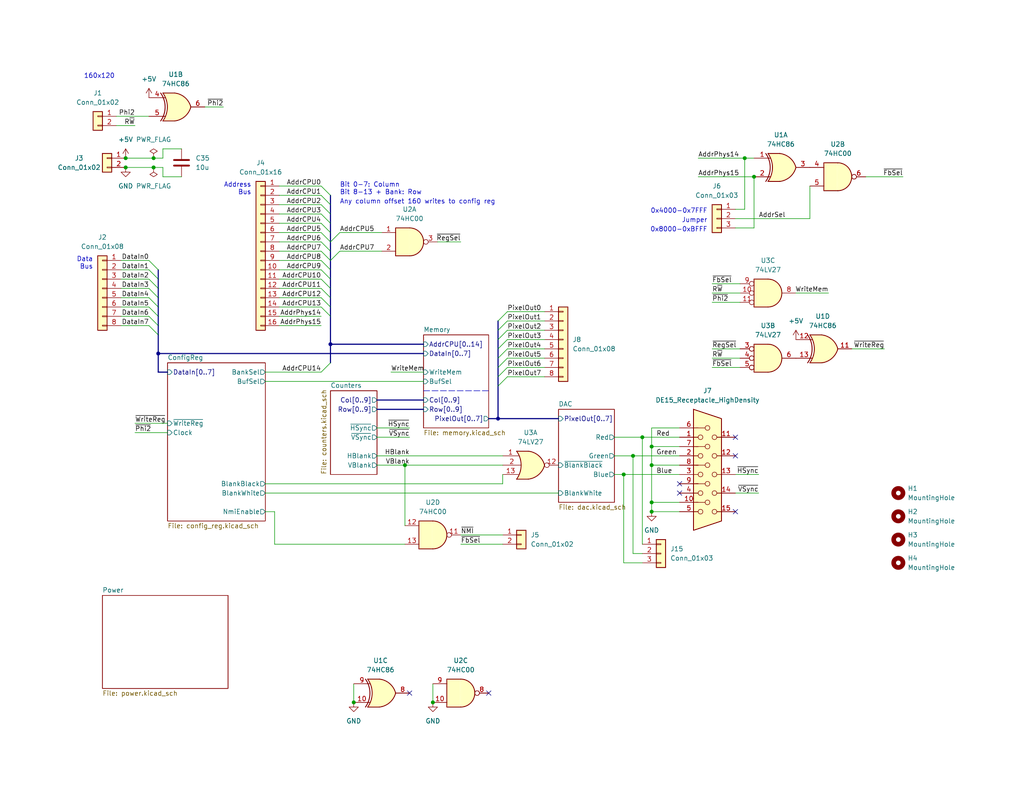
<source format=kicad_sch>
(kicad_sch (version 20230121) (generator eeschema)

  (uuid b1d8dca2-c863-4452-b293-53802be895cc)

  (paper "USLetter")

  (title_block
    (title "6502 Framebuffer")
  )

  (lib_symbols
    (symbol "74xx:74HC00" (pin_names (offset 1.016)) (in_bom yes) (on_board yes)
      (property "Reference" "U" (at 0 1.27 0)
        (effects (font (size 1.27 1.27)))
      )
      (property "Value" "74HC00" (at 0 -1.27 0)
        (effects (font (size 1.27 1.27)))
      )
      (property "Footprint" "" (at 0 0 0)
        (effects (font (size 1.27 1.27)) hide)
      )
      (property "Datasheet" "http://www.ti.com/lit/gpn/sn74hc00" (at 0 0 0)
        (effects (font (size 1.27 1.27)) hide)
      )
      (property "ki_locked" "" (at 0 0 0)
        (effects (font (size 1.27 1.27)))
      )
      (property "ki_keywords" "HCMOS nand 2-input" (at 0 0 0)
        (effects (font (size 1.27 1.27)) hide)
      )
      (property "ki_description" "quad 2-input NAND gate" (at 0 0 0)
        (effects (font (size 1.27 1.27)) hide)
      )
      (property "ki_fp_filters" "DIP*W7.62mm* SO14*" (at 0 0 0)
        (effects (font (size 1.27 1.27)) hide)
      )
      (symbol "74HC00_1_1"
        (arc (start 0 -3.81) (mid 3.7934 0) (end 0 3.81)
          (stroke (width 0.254) (type default))
          (fill (type background))
        )
        (polyline
          (pts
            (xy 0 3.81)
            (xy -3.81 3.81)
            (xy -3.81 -3.81)
            (xy 0 -3.81)
          )
          (stroke (width 0.254) (type default))
          (fill (type background))
        )
        (pin input line (at -7.62 2.54 0) (length 3.81)
          (name "~" (effects (font (size 1.27 1.27))))
          (number "1" (effects (font (size 1.27 1.27))))
        )
        (pin input line (at -7.62 -2.54 0) (length 3.81)
          (name "~" (effects (font (size 1.27 1.27))))
          (number "2" (effects (font (size 1.27 1.27))))
        )
        (pin output inverted (at 7.62 0 180) (length 3.81)
          (name "~" (effects (font (size 1.27 1.27))))
          (number "3" (effects (font (size 1.27 1.27))))
        )
      )
      (symbol "74HC00_1_2"
        (arc (start -3.81 -3.81) (mid -2.589 0) (end -3.81 3.81)
          (stroke (width 0.254) (type default))
          (fill (type none))
        )
        (arc (start -0.6096 -3.81) (mid 2.1842 -2.5851) (end 3.81 0)
          (stroke (width 0.254) (type default))
          (fill (type background))
        )
        (polyline
          (pts
            (xy -3.81 -3.81)
            (xy -0.635 -3.81)
          )
          (stroke (width 0.254) (type default))
          (fill (type background))
        )
        (polyline
          (pts
            (xy -3.81 3.81)
            (xy -0.635 3.81)
          )
          (stroke (width 0.254) (type default))
          (fill (type background))
        )
        (polyline
          (pts
            (xy -0.635 3.81)
            (xy -3.81 3.81)
            (xy -3.81 3.81)
            (xy -3.556 3.4036)
            (xy -3.0226 2.2606)
            (xy -2.6924 1.0414)
            (xy -2.6162 -0.254)
            (xy -2.7686 -1.4986)
            (xy -3.175 -2.7178)
            (xy -3.81 -3.81)
            (xy -3.81 -3.81)
            (xy -0.635 -3.81)
          )
          (stroke (width -25.4) (type default))
          (fill (type background))
        )
        (arc (start 3.81 0) (mid 2.1915 2.5936) (end -0.6096 3.81)
          (stroke (width 0.254) (type default))
          (fill (type background))
        )
        (pin input inverted (at -7.62 2.54 0) (length 4.318)
          (name "~" (effects (font (size 1.27 1.27))))
          (number "1" (effects (font (size 1.27 1.27))))
        )
        (pin input inverted (at -7.62 -2.54 0) (length 4.318)
          (name "~" (effects (font (size 1.27 1.27))))
          (number "2" (effects (font (size 1.27 1.27))))
        )
        (pin output line (at 7.62 0 180) (length 3.81)
          (name "~" (effects (font (size 1.27 1.27))))
          (number "3" (effects (font (size 1.27 1.27))))
        )
      )
      (symbol "74HC00_2_1"
        (arc (start 0 -3.81) (mid 3.7934 0) (end 0 3.81)
          (stroke (width 0.254) (type default))
          (fill (type background))
        )
        (polyline
          (pts
            (xy 0 3.81)
            (xy -3.81 3.81)
            (xy -3.81 -3.81)
            (xy 0 -3.81)
          )
          (stroke (width 0.254) (type default))
          (fill (type background))
        )
        (pin input line (at -7.62 2.54 0) (length 3.81)
          (name "~" (effects (font (size 1.27 1.27))))
          (number "4" (effects (font (size 1.27 1.27))))
        )
        (pin input line (at -7.62 -2.54 0) (length 3.81)
          (name "~" (effects (font (size 1.27 1.27))))
          (number "5" (effects (font (size 1.27 1.27))))
        )
        (pin output inverted (at 7.62 0 180) (length 3.81)
          (name "~" (effects (font (size 1.27 1.27))))
          (number "6" (effects (font (size 1.27 1.27))))
        )
      )
      (symbol "74HC00_2_2"
        (arc (start -3.81 -3.81) (mid -2.589 0) (end -3.81 3.81)
          (stroke (width 0.254) (type default))
          (fill (type none))
        )
        (arc (start -0.6096 -3.81) (mid 2.1842 -2.5851) (end 3.81 0)
          (stroke (width 0.254) (type default))
          (fill (type background))
        )
        (polyline
          (pts
            (xy -3.81 -3.81)
            (xy -0.635 -3.81)
          )
          (stroke (width 0.254) (type default))
          (fill (type background))
        )
        (polyline
          (pts
            (xy -3.81 3.81)
            (xy -0.635 3.81)
          )
          (stroke (width 0.254) (type default))
          (fill (type background))
        )
        (polyline
          (pts
            (xy -0.635 3.81)
            (xy -3.81 3.81)
            (xy -3.81 3.81)
            (xy -3.556 3.4036)
            (xy -3.0226 2.2606)
            (xy -2.6924 1.0414)
            (xy -2.6162 -0.254)
            (xy -2.7686 -1.4986)
            (xy -3.175 -2.7178)
            (xy -3.81 -3.81)
            (xy -3.81 -3.81)
            (xy -0.635 -3.81)
          )
          (stroke (width -25.4) (type default))
          (fill (type background))
        )
        (arc (start 3.81 0) (mid 2.1915 2.5936) (end -0.6096 3.81)
          (stroke (width 0.254) (type default))
          (fill (type background))
        )
        (pin input inverted (at -7.62 2.54 0) (length 4.318)
          (name "~" (effects (font (size 1.27 1.27))))
          (number "4" (effects (font (size 1.27 1.27))))
        )
        (pin input inverted (at -7.62 -2.54 0) (length 4.318)
          (name "~" (effects (font (size 1.27 1.27))))
          (number "5" (effects (font (size 1.27 1.27))))
        )
        (pin output line (at 7.62 0 180) (length 3.81)
          (name "~" (effects (font (size 1.27 1.27))))
          (number "6" (effects (font (size 1.27 1.27))))
        )
      )
      (symbol "74HC00_3_1"
        (arc (start 0 -3.81) (mid 3.7934 0) (end 0 3.81)
          (stroke (width 0.254) (type default))
          (fill (type background))
        )
        (polyline
          (pts
            (xy 0 3.81)
            (xy -3.81 3.81)
            (xy -3.81 -3.81)
            (xy 0 -3.81)
          )
          (stroke (width 0.254) (type default))
          (fill (type background))
        )
        (pin input line (at -7.62 -2.54 0) (length 3.81)
          (name "~" (effects (font (size 1.27 1.27))))
          (number "10" (effects (font (size 1.27 1.27))))
        )
        (pin output inverted (at 7.62 0 180) (length 3.81)
          (name "~" (effects (font (size 1.27 1.27))))
          (number "8" (effects (font (size 1.27 1.27))))
        )
        (pin input line (at -7.62 2.54 0) (length 3.81)
          (name "~" (effects (font (size 1.27 1.27))))
          (number "9" (effects (font (size 1.27 1.27))))
        )
      )
      (symbol "74HC00_3_2"
        (arc (start -3.81 -3.81) (mid -2.589 0) (end -3.81 3.81)
          (stroke (width 0.254) (type default))
          (fill (type none))
        )
        (arc (start -0.6096 -3.81) (mid 2.1842 -2.5851) (end 3.81 0)
          (stroke (width 0.254) (type default))
          (fill (type background))
        )
        (polyline
          (pts
            (xy -3.81 -3.81)
            (xy -0.635 -3.81)
          )
          (stroke (width 0.254) (type default))
          (fill (type background))
        )
        (polyline
          (pts
            (xy -3.81 3.81)
            (xy -0.635 3.81)
          )
          (stroke (width 0.254) (type default))
          (fill (type background))
        )
        (polyline
          (pts
            (xy -0.635 3.81)
            (xy -3.81 3.81)
            (xy -3.81 3.81)
            (xy -3.556 3.4036)
            (xy -3.0226 2.2606)
            (xy -2.6924 1.0414)
            (xy -2.6162 -0.254)
            (xy -2.7686 -1.4986)
            (xy -3.175 -2.7178)
            (xy -3.81 -3.81)
            (xy -3.81 -3.81)
            (xy -0.635 -3.81)
          )
          (stroke (width -25.4) (type default))
          (fill (type background))
        )
        (arc (start 3.81 0) (mid 2.1915 2.5936) (end -0.6096 3.81)
          (stroke (width 0.254) (type default))
          (fill (type background))
        )
        (pin input inverted (at -7.62 -2.54 0) (length 4.318)
          (name "~" (effects (font (size 1.27 1.27))))
          (number "10" (effects (font (size 1.27 1.27))))
        )
        (pin output line (at 7.62 0 180) (length 3.81)
          (name "~" (effects (font (size 1.27 1.27))))
          (number "8" (effects (font (size 1.27 1.27))))
        )
        (pin input inverted (at -7.62 2.54 0) (length 4.318)
          (name "~" (effects (font (size 1.27 1.27))))
          (number "9" (effects (font (size 1.27 1.27))))
        )
      )
      (symbol "74HC00_4_1"
        (arc (start 0 -3.81) (mid 3.7934 0) (end 0 3.81)
          (stroke (width 0.254) (type default))
          (fill (type background))
        )
        (polyline
          (pts
            (xy 0 3.81)
            (xy -3.81 3.81)
            (xy -3.81 -3.81)
            (xy 0 -3.81)
          )
          (stroke (width 0.254) (type default))
          (fill (type background))
        )
        (pin output inverted (at 7.62 0 180) (length 3.81)
          (name "~" (effects (font (size 1.27 1.27))))
          (number "11" (effects (font (size 1.27 1.27))))
        )
        (pin input line (at -7.62 2.54 0) (length 3.81)
          (name "~" (effects (font (size 1.27 1.27))))
          (number "12" (effects (font (size 1.27 1.27))))
        )
        (pin input line (at -7.62 -2.54 0) (length 3.81)
          (name "~" (effects (font (size 1.27 1.27))))
          (number "13" (effects (font (size 1.27 1.27))))
        )
      )
      (symbol "74HC00_4_2"
        (arc (start -3.81 -3.81) (mid -2.589 0) (end -3.81 3.81)
          (stroke (width 0.254) (type default))
          (fill (type none))
        )
        (arc (start -0.6096 -3.81) (mid 2.1842 -2.5851) (end 3.81 0)
          (stroke (width 0.254) (type default))
          (fill (type background))
        )
        (polyline
          (pts
            (xy -3.81 -3.81)
            (xy -0.635 -3.81)
          )
          (stroke (width 0.254) (type default))
          (fill (type background))
        )
        (polyline
          (pts
            (xy -3.81 3.81)
            (xy -0.635 3.81)
          )
          (stroke (width 0.254) (type default))
          (fill (type background))
        )
        (polyline
          (pts
            (xy -0.635 3.81)
            (xy -3.81 3.81)
            (xy -3.81 3.81)
            (xy -3.556 3.4036)
            (xy -3.0226 2.2606)
            (xy -2.6924 1.0414)
            (xy -2.6162 -0.254)
            (xy -2.7686 -1.4986)
            (xy -3.175 -2.7178)
            (xy -3.81 -3.81)
            (xy -3.81 -3.81)
            (xy -0.635 -3.81)
          )
          (stroke (width -25.4) (type default))
          (fill (type background))
        )
        (arc (start 3.81 0) (mid 2.1915 2.5936) (end -0.6096 3.81)
          (stroke (width 0.254) (type default))
          (fill (type background))
        )
        (pin output line (at 7.62 0 180) (length 3.81)
          (name "~" (effects (font (size 1.27 1.27))))
          (number "11" (effects (font (size 1.27 1.27))))
        )
        (pin input inverted (at -7.62 2.54 0) (length 4.318)
          (name "~" (effects (font (size 1.27 1.27))))
          (number "12" (effects (font (size 1.27 1.27))))
        )
        (pin input inverted (at -7.62 -2.54 0) (length 4.318)
          (name "~" (effects (font (size 1.27 1.27))))
          (number "13" (effects (font (size 1.27 1.27))))
        )
      )
      (symbol "74HC00_5_0"
        (pin power_in line (at 0 12.7 270) (length 5.08)
          (name "VCC" (effects (font (size 1.27 1.27))))
          (number "14" (effects (font (size 1.27 1.27))))
        )
        (pin power_in line (at 0 -12.7 90) (length 5.08)
          (name "GND" (effects (font (size 1.27 1.27))))
          (number "7" (effects (font (size 1.27 1.27))))
        )
      )
      (symbol "74HC00_5_1"
        (rectangle (start -5.08 7.62) (end 5.08 -7.62)
          (stroke (width 0.254) (type default))
          (fill (type background))
        )
      )
    )
    (symbol "74xx:74HC86" (pin_names (offset 1.016)) (in_bom yes) (on_board yes)
      (property "Reference" "U" (at 0 1.27 0)
        (effects (font (size 1.27 1.27)))
      )
      (property "Value" "74HC86" (at 0 -1.27 0)
        (effects (font (size 1.27 1.27)))
      )
      (property "Footprint" "" (at 0 0 0)
        (effects (font (size 1.27 1.27)) hide)
      )
      (property "Datasheet" "http://www.ti.com/lit/gpn/sn74HC86" (at 0 0 0)
        (effects (font (size 1.27 1.27)) hide)
      )
      (property "ki_locked" "" (at 0 0 0)
        (effects (font (size 1.27 1.27)))
      )
      (property "ki_keywords" "TTL XOR2" (at 0 0 0)
        (effects (font (size 1.27 1.27)) hide)
      )
      (property "ki_description" "Quad 2-input XOR" (at 0 0 0)
        (effects (font (size 1.27 1.27)) hide)
      )
      (property "ki_fp_filters" "DIP*W7.62mm*" (at 0 0 0)
        (effects (font (size 1.27 1.27)) hide)
      )
      (symbol "74HC86_1_0"
        (arc (start -4.4196 -3.81) (mid -3.2033 0) (end -4.4196 3.81)
          (stroke (width 0.254) (type default))
          (fill (type none))
        )
        (arc (start -3.81 -3.81) (mid -2.589 0) (end -3.81 3.81)
          (stroke (width 0.254) (type default))
          (fill (type none))
        )
        (arc (start -0.6096 -3.81) (mid 2.1842 -2.5851) (end 3.81 0)
          (stroke (width 0.254) (type default))
          (fill (type background))
        )
        (polyline
          (pts
            (xy -3.81 -3.81)
            (xy -0.635 -3.81)
          )
          (stroke (width 0.254) (type default))
          (fill (type background))
        )
        (polyline
          (pts
            (xy -3.81 3.81)
            (xy -0.635 3.81)
          )
          (stroke (width 0.254) (type default))
          (fill (type background))
        )
        (polyline
          (pts
            (xy -0.635 3.81)
            (xy -3.81 3.81)
            (xy -3.81 3.81)
            (xy -3.556 3.4036)
            (xy -3.0226 2.2606)
            (xy -2.6924 1.0414)
            (xy -2.6162 -0.254)
            (xy -2.7686 -1.4986)
            (xy -3.175 -2.7178)
            (xy -3.81 -3.81)
            (xy -3.81 -3.81)
            (xy -0.635 -3.81)
          )
          (stroke (width -25.4) (type default))
          (fill (type background))
        )
        (arc (start 3.81 0) (mid 2.1915 2.5936) (end -0.6096 3.81)
          (stroke (width 0.254) (type default))
          (fill (type background))
        )
        (pin input line (at -7.62 2.54 0) (length 4.445)
          (name "~" (effects (font (size 1.27 1.27))))
          (number "1" (effects (font (size 1.27 1.27))))
        )
        (pin input line (at -7.62 -2.54 0) (length 4.445)
          (name "~" (effects (font (size 1.27 1.27))))
          (number "2" (effects (font (size 1.27 1.27))))
        )
        (pin output line (at 7.62 0 180) (length 3.81)
          (name "~" (effects (font (size 1.27 1.27))))
          (number "3" (effects (font (size 1.27 1.27))))
        )
      )
      (symbol "74HC86_1_1"
        (polyline
          (pts
            (xy -3.81 -2.54)
            (xy -3.175 -2.54)
          )
          (stroke (width 0.1524) (type default))
          (fill (type none))
        )
        (polyline
          (pts
            (xy -3.81 2.54)
            (xy -3.175 2.54)
          )
          (stroke (width 0.1524) (type default))
          (fill (type none))
        )
      )
      (symbol "74HC86_2_0"
        (arc (start -4.4196 -3.81) (mid -3.2033 0) (end -4.4196 3.81)
          (stroke (width 0.254) (type default))
          (fill (type none))
        )
        (arc (start -3.81 -3.81) (mid -2.589 0) (end -3.81 3.81)
          (stroke (width 0.254) (type default))
          (fill (type none))
        )
        (arc (start -0.6096 -3.81) (mid 2.1842 -2.5851) (end 3.81 0)
          (stroke (width 0.254) (type default))
          (fill (type background))
        )
        (polyline
          (pts
            (xy -3.81 -3.81)
            (xy -0.635 -3.81)
          )
          (stroke (width 0.254) (type default))
          (fill (type background))
        )
        (polyline
          (pts
            (xy -3.81 3.81)
            (xy -0.635 3.81)
          )
          (stroke (width 0.254) (type default))
          (fill (type background))
        )
        (polyline
          (pts
            (xy -0.635 3.81)
            (xy -3.81 3.81)
            (xy -3.81 3.81)
            (xy -3.556 3.4036)
            (xy -3.0226 2.2606)
            (xy -2.6924 1.0414)
            (xy -2.6162 -0.254)
            (xy -2.7686 -1.4986)
            (xy -3.175 -2.7178)
            (xy -3.81 -3.81)
            (xy -3.81 -3.81)
            (xy -0.635 -3.81)
          )
          (stroke (width -25.4) (type default))
          (fill (type background))
        )
        (arc (start 3.81 0) (mid 2.1915 2.5936) (end -0.6096 3.81)
          (stroke (width 0.254) (type default))
          (fill (type background))
        )
        (pin input line (at -7.62 2.54 0) (length 4.445)
          (name "~" (effects (font (size 1.27 1.27))))
          (number "4" (effects (font (size 1.27 1.27))))
        )
        (pin input line (at -7.62 -2.54 0) (length 4.445)
          (name "~" (effects (font (size 1.27 1.27))))
          (number "5" (effects (font (size 1.27 1.27))))
        )
        (pin output line (at 7.62 0 180) (length 3.81)
          (name "~" (effects (font (size 1.27 1.27))))
          (number "6" (effects (font (size 1.27 1.27))))
        )
      )
      (symbol "74HC86_2_1"
        (polyline
          (pts
            (xy -3.81 -2.54)
            (xy -3.175 -2.54)
          )
          (stroke (width 0.1524) (type default))
          (fill (type none))
        )
        (polyline
          (pts
            (xy -3.81 2.54)
            (xy -3.175 2.54)
          )
          (stroke (width 0.1524) (type default))
          (fill (type none))
        )
      )
      (symbol "74HC86_3_0"
        (arc (start -4.4196 -3.81) (mid -3.2033 0) (end -4.4196 3.81)
          (stroke (width 0.254) (type default))
          (fill (type none))
        )
        (arc (start -3.81 -3.81) (mid -2.589 0) (end -3.81 3.81)
          (stroke (width 0.254) (type default))
          (fill (type none))
        )
        (arc (start -0.6096 -3.81) (mid 2.1842 -2.5851) (end 3.81 0)
          (stroke (width 0.254) (type default))
          (fill (type background))
        )
        (polyline
          (pts
            (xy -3.81 -3.81)
            (xy -0.635 -3.81)
          )
          (stroke (width 0.254) (type default))
          (fill (type background))
        )
        (polyline
          (pts
            (xy -3.81 3.81)
            (xy -0.635 3.81)
          )
          (stroke (width 0.254) (type default))
          (fill (type background))
        )
        (polyline
          (pts
            (xy -0.635 3.81)
            (xy -3.81 3.81)
            (xy -3.81 3.81)
            (xy -3.556 3.4036)
            (xy -3.0226 2.2606)
            (xy -2.6924 1.0414)
            (xy -2.6162 -0.254)
            (xy -2.7686 -1.4986)
            (xy -3.175 -2.7178)
            (xy -3.81 -3.81)
            (xy -3.81 -3.81)
            (xy -0.635 -3.81)
          )
          (stroke (width -25.4) (type default))
          (fill (type background))
        )
        (arc (start 3.81 0) (mid 2.1915 2.5936) (end -0.6096 3.81)
          (stroke (width 0.254) (type default))
          (fill (type background))
        )
        (pin input line (at -7.62 -2.54 0) (length 4.445)
          (name "~" (effects (font (size 1.27 1.27))))
          (number "10" (effects (font (size 1.27 1.27))))
        )
        (pin output line (at 7.62 0 180) (length 3.81)
          (name "~" (effects (font (size 1.27 1.27))))
          (number "8" (effects (font (size 1.27 1.27))))
        )
        (pin input line (at -7.62 2.54 0) (length 4.445)
          (name "~" (effects (font (size 1.27 1.27))))
          (number "9" (effects (font (size 1.27 1.27))))
        )
      )
      (symbol "74HC86_3_1"
        (polyline
          (pts
            (xy -3.81 -2.54)
            (xy -3.175 -2.54)
          )
          (stroke (width 0.1524) (type default))
          (fill (type none))
        )
        (polyline
          (pts
            (xy -3.81 2.54)
            (xy -3.175 2.54)
          )
          (stroke (width 0.1524) (type default))
          (fill (type none))
        )
      )
      (symbol "74HC86_4_0"
        (arc (start -4.4196 -3.81) (mid -3.2033 0) (end -4.4196 3.81)
          (stroke (width 0.254) (type default))
          (fill (type none))
        )
        (arc (start -3.81 -3.81) (mid -2.589 0) (end -3.81 3.81)
          (stroke (width 0.254) (type default))
          (fill (type none))
        )
        (arc (start -0.6096 -3.81) (mid 2.1842 -2.5851) (end 3.81 0)
          (stroke (width 0.254) (type default))
          (fill (type background))
        )
        (polyline
          (pts
            (xy -3.81 -3.81)
            (xy -0.635 -3.81)
          )
          (stroke (width 0.254) (type default))
          (fill (type background))
        )
        (polyline
          (pts
            (xy -3.81 3.81)
            (xy -0.635 3.81)
          )
          (stroke (width 0.254) (type default))
          (fill (type background))
        )
        (polyline
          (pts
            (xy -0.635 3.81)
            (xy -3.81 3.81)
            (xy -3.81 3.81)
            (xy -3.556 3.4036)
            (xy -3.0226 2.2606)
            (xy -2.6924 1.0414)
            (xy -2.6162 -0.254)
            (xy -2.7686 -1.4986)
            (xy -3.175 -2.7178)
            (xy -3.81 -3.81)
            (xy -3.81 -3.81)
            (xy -0.635 -3.81)
          )
          (stroke (width -25.4) (type default))
          (fill (type background))
        )
        (arc (start 3.81 0) (mid 2.1915 2.5936) (end -0.6096 3.81)
          (stroke (width 0.254) (type default))
          (fill (type background))
        )
        (pin output line (at 7.62 0 180) (length 3.81)
          (name "~" (effects (font (size 1.27 1.27))))
          (number "11" (effects (font (size 1.27 1.27))))
        )
        (pin input line (at -7.62 2.54 0) (length 4.445)
          (name "~" (effects (font (size 1.27 1.27))))
          (number "12" (effects (font (size 1.27 1.27))))
        )
        (pin input line (at -7.62 -2.54 0) (length 4.445)
          (name "~" (effects (font (size 1.27 1.27))))
          (number "13" (effects (font (size 1.27 1.27))))
        )
      )
      (symbol "74HC86_4_1"
        (polyline
          (pts
            (xy -3.81 -2.54)
            (xy -3.175 -2.54)
          )
          (stroke (width 0.1524) (type default))
          (fill (type none))
        )
        (polyline
          (pts
            (xy -3.81 2.54)
            (xy -3.175 2.54)
          )
          (stroke (width 0.1524) (type default))
          (fill (type none))
        )
      )
      (symbol "74HC86_5_0"
        (pin power_in line (at 0 12.7 270) (length 5.08)
          (name "VCC" (effects (font (size 1.27 1.27))))
          (number "14" (effects (font (size 1.27 1.27))))
        )
        (pin power_in line (at 0 -12.7 90) (length 5.08)
          (name "GND" (effects (font (size 1.27 1.27))))
          (number "7" (effects (font (size 1.27 1.27))))
        )
      )
      (symbol "74HC86_5_1"
        (rectangle (start -5.08 7.62) (end 5.08 -7.62)
          (stroke (width 0.254) (type default))
          (fill (type background))
        )
      )
    )
    (symbol "74xx:74LS27" (pin_names (offset 1.016)) (in_bom yes) (on_board yes)
      (property "Reference" "U" (at 0 1.27 0)
        (effects (font (size 1.27 1.27)))
      )
      (property "Value" "74LS27" (at 0 -1.27 0)
        (effects (font (size 1.27 1.27)))
      )
      (property "Footprint" "" (at 0 0 0)
        (effects (font (size 1.27 1.27)) hide)
      )
      (property "Datasheet" "http://www.ti.com/lit/gpn/sn74LS27" (at 0 0 0)
        (effects (font (size 1.27 1.27)) hide)
      )
      (property "ki_locked" "" (at 0 0 0)
        (effects (font (size 1.27 1.27)))
      )
      (property "ki_keywords" "TTL Nor3" (at 0 0 0)
        (effects (font (size 1.27 1.27)) hide)
      )
      (property "ki_description" "Triple 3-input NOR" (at 0 0 0)
        (effects (font (size 1.27 1.27)) hide)
      )
      (property "ki_fp_filters" "DIP*W7.62mm*" (at 0 0 0)
        (effects (font (size 1.27 1.27)) hide)
      )
      (symbol "74LS27_1_1"
        (arc (start -3.81 -3.81) (mid -2.589 0) (end -3.81 3.81)
          (stroke (width 0.254) (type default))
          (fill (type none))
        )
        (arc (start -0.6096 -3.81) (mid 2.1842 -2.5851) (end 3.81 0)
          (stroke (width 0.254) (type default))
          (fill (type background))
        )
        (polyline
          (pts
            (xy -3.81 -3.81)
            (xy -0.635 -3.81)
          )
          (stroke (width 0.254) (type default))
          (fill (type background))
        )
        (polyline
          (pts
            (xy -3.81 3.81)
            (xy -0.635 3.81)
          )
          (stroke (width 0.254) (type default))
          (fill (type background))
        )
        (polyline
          (pts
            (xy -0.635 3.81)
            (xy -3.81 3.81)
            (xy -3.81 3.81)
            (xy -3.556 3.4036)
            (xy -3.0226 2.2606)
            (xy -2.6924 1.0414)
            (xy -2.6162 -0.254)
            (xy -2.7686 -1.4986)
            (xy -3.175 -2.7178)
            (xy -3.81 -3.81)
            (xy -3.81 -3.81)
            (xy -0.635 -3.81)
          )
          (stroke (width -25.4) (type default))
          (fill (type background))
        )
        (arc (start 3.81 0) (mid 2.1915 2.5936) (end -0.6096 3.81)
          (stroke (width 0.254) (type default))
          (fill (type background))
        )
        (pin input line (at -7.62 2.54 0) (length 4.318)
          (name "~" (effects (font (size 1.27 1.27))))
          (number "1" (effects (font (size 1.27 1.27))))
        )
        (pin output inverted (at 7.62 0 180) (length 3.81)
          (name "~" (effects (font (size 1.27 1.27))))
          (number "12" (effects (font (size 1.27 1.27))))
        )
        (pin input line (at -7.62 -2.54 0) (length 4.318)
          (name "~" (effects (font (size 1.27 1.27))))
          (number "13" (effects (font (size 1.27 1.27))))
        )
        (pin input line (at -7.62 0 0) (length 4.953)
          (name "~" (effects (font (size 1.27 1.27))))
          (number "2" (effects (font (size 1.27 1.27))))
        )
      )
      (symbol "74LS27_1_2"
        (arc (start 0 -3.81) (mid 3.7934 0) (end 0 3.81)
          (stroke (width 0.254) (type default))
          (fill (type background))
        )
        (polyline
          (pts
            (xy 0 3.81)
            (xy -3.81 3.81)
            (xy -3.81 -3.81)
            (xy 0 -3.81)
          )
          (stroke (width 0.254) (type default))
          (fill (type background))
        )
        (pin input inverted (at -7.62 2.54 0) (length 3.81)
          (name "~" (effects (font (size 1.27 1.27))))
          (number "1" (effects (font (size 1.27 1.27))))
        )
        (pin output line (at 7.62 0 180) (length 3.81)
          (name "~" (effects (font (size 1.27 1.27))))
          (number "12" (effects (font (size 1.27 1.27))))
        )
        (pin input inverted (at -7.62 -2.54 0) (length 3.81)
          (name "~" (effects (font (size 1.27 1.27))))
          (number "13" (effects (font (size 1.27 1.27))))
        )
        (pin input inverted (at -7.62 0 0) (length 3.81)
          (name "~" (effects (font (size 1.27 1.27))))
          (number "2" (effects (font (size 1.27 1.27))))
        )
      )
      (symbol "74LS27_2_1"
        (arc (start -3.81 -3.81) (mid -2.589 0) (end -3.81 3.81)
          (stroke (width 0.254) (type default))
          (fill (type none))
        )
        (arc (start -0.6096 -3.81) (mid 2.1842 -2.5851) (end 3.81 0)
          (stroke (width 0.254) (type default))
          (fill (type background))
        )
        (polyline
          (pts
            (xy -3.81 -3.81)
            (xy -0.635 -3.81)
          )
          (stroke (width 0.254) (type default))
          (fill (type background))
        )
        (polyline
          (pts
            (xy -3.81 3.81)
            (xy -0.635 3.81)
          )
          (stroke (width 0.254) (type default))
          (fill (type background))
        )
        (polyline
          (pts
            (xy -0.635 3.81)
            (xy -3.81 3.81)
            (xy -3.81 3.81)
            (xy -3.556 3.4036)
            (xy -3.0226 2.2606)
            (xy -2.6924 1.0414)
            (xy -2.6162 -0.254)
            (xy -2.7686 -1.4986)
            (xy -3.175 -2.7178)
            (xy -3.81 -3.81)
            (xy -3.81 -3.81)
            (xy -0.635 -3.81)
          )
          (stroke (width -25.4) (type default))
          (fill (type background))
        )
        (arc (start 3.81 0) (mid 2.1915 2.5936) (end -0.6096 3.81)
          (stroke (width 0.254) (type default))
          (fill (type background))
        )
        (pin input line (at -7.62 2.54 0) (length 4.318)
          (name "~" (effects (font (size 1.27 1.27))))
          (number "3" (effects (font (size 1.27 1.27))))
        )
        (pin input line (at -7.62 0 0) (length 4.953)
          (name "~" (effects (font (size 1.27 1.27))))
          (number "4" (effects (font (size 1.27 1.27))))
        )
        (pin input line (at -7.62 -2.54 0) (length 4.318)
          (name "~" (effects (font (size 1.27 1.27))))
          (number "5" (effects (font (size 1.27 1.27))))
        )
        (pin output inverted (at 7.62 0 180) (length 3.81)
          (name "~" (effects (font (size 1.27 1.27))))
          (number "6" (effects (font (size 1.27 1.27))))
        )
      )
      (symbol "74LS27_2_2"
        (arc (start 0 -3.81) (mid 3.7934 0) (end 0 3.81)
          (stroke (width 0.254) (type default))
          (fill (type background))
        )
        (polyline
          (pts
            (xy 0 3.81)
            (xy -3.81 3.81)
            (xy -3.81 -3.81)
            (xy 0 -3.81)
          )
          (stroke (width 0.254) (type default))
          (fill (type background))
        )
        (pin input inverted (at -7.62 2.54 0) (length 3.81)
          (name "~" (effects (font (size 1.27 1.27))))
          (number "3" (effects (font (size 1.27 1.27))))
        )
        (pin input inverted (at -7.62 0 0) (length 3.81)
          (name "~" (effects (font (size 1.27 1.27))))
          (number "4" (effects (font (size 1.27 1.27))))
        )
        (pin input inverted (at -7.62 -2.54 0) (length 3.81)
          (name "~" (effects (font (size 1.27 1.27))))
          (number "5" (effects (font (size 1.27 1.27))))
        )
        (pin output line (at 7.62 0 180) (length 3.81)
          (name "~" (effects (font (size 1.27 1.27))))
          (number "6" (effects (font (size 1.27 1.27))))
        )
      )
      (symbol "74LS27_3_1"
        (arc (start -3.81 -3.81) (mid -2.589 0) (end -3.81 3.81)
          (stroke (width 0.254) (type default))
          (fill (type none))
        )
        (arc (start -0.6096 -3.81) (mid 2.1842 -2.5851) (end 3.81 0)
          (stroke (width 0.254) (type default))
          (fill (type background))
        )
        (polyline
          (pts
            (xy -3.81 -3.81)
            (xy -0.635 -3.81)
          )
          (stroke (width 0.254) (type default))
          (fill (type background))
        )
        (polyline
          (pts
            (xy -3.81 3.81)
            (xy -0.635 3.81)
          )
          (stroke (width 0.254) (type default))
          (fill (type background))
        )
        (polyline
          (pts
            (xy -0.635 3.81)
            (xy -3.81 3.81)
            (xy -3.81 3.81)
            (xy -3.556 3.4036)
            (xy -3.0226 2.2606)
            (xy -2.6924 1.0414)
            (xy -2.6162 -0.254)
            (xy -2.7686 -1.4986)
            (xy -3.175 -2.7178)
            (xy -3.81 -3.81)
            (xy -3.81 -3.81)
            (xy -0.635 -3.81)
          )
          (stroke (width -25.4) (type default))
          (fill (type background))
        )
        (arc (start 3.81 0) (mid 2.1915 2.5936) (end -0.6096 3.81)
          (stroke (width 0.254) (type default))
          (fill (type background))
        )
        (pin input line (at -7.62 0 0) (length 4.953)
          (name "~" (effects (font (size 1.27 1.27))))
          (number "10" (effects (font (size 1.27 1.27))))
        )
        (pin input line (at -7.62 -2.54 0) (length 4.318)
          (name "~" (effects (font (size 1.27 1.27))))
          (number "11" (effects (font (size 1.27 1.27))))
        )
        (pin output inverted (at 7.62 0 180) (length 3.81)
          (name "~" (effects (font (size 1.27 1.27))))
          (number "8" (effects (font (size 1.27 1.27))))
        )
        (pin input line (at -7.62 2.54 0) (length 4.318)
          (name "~" (effects (font (size 1.27 1.27))))
          (number "9" (effects (font (size 1.27 1.27))))
        )
      )
      (symbol "74LS27_3_2"
        (arc (start 0 -3.81) (mid 3.7934 0) (end 0 3.81)
          (stroke (width 0.254) (type default))
          (fill (type background))
        )
        (polyline
          (pts
            (xy 0 3.81)
            (xy -3.81 3.81)
            (xy -3.81 -3.81)
            (xy 0 -3.81)
          )
          (stroke (width 0.254) (type default))
          (fill (type background))
        )
        (pin input inverted (at -7.62 0 0) (length 3.81)
          (name "~" (effects (font (size 1.27 1.27))))
          (number "10" (effects (font (size 1.27 1.27))))
        )
        (pin input inverted (at -7.62 -2.54 0) (length 3.81)
          (name "~" (effects (font (size 1.27 1.27))))
          (number "11" (effects (font (size 1.27 1.27))))
        )
        (pin output line (at 7.62 0 180) (length 3.81)
          (name "~" (effects (font (size 1.27 1.27))))
          (number "8" (effects (font (size 1.27 1.27))))
        )
        (pin input inverted (at -7.62 2.54 0) (length 3.81)
          (name "~" (effects (font (size 1.27 1.27))))
          (number "9" (effects (font (size 1.27 1.27))))
        )
      )
      (symbol "74LS27_4_0"
        (pin power_in line (at 0 12.7 270) (length 5.08)
          (name "VCC" (effects (font (size 1.27 1.27))))
          (number "14" (effects (font (size 1.27 1.27))))
        )
        (pin power_in line (at 0 -12.7 90) (length 5.08)
          (name "GND" (effects (font (size 1.27 1.27))))
          (number "7" (effects (font (size 1.27 1.27))))
        )
      )
      (symbol "74LS27_4_1"
        (rectangle (start -5.08 7.62) (end 5.08 -7.62)
          (stroke (width 0.254) (type default))
          (fill (type background))
        )
      )
    )
    (symbol "Connector:DE15_Receptacle_HighDensity" (pin_names (offset 1.016) hide) (in_bom yes) (on_board yes)
      (property "Reference" "J" (at 0 21.59 0)
        (effects (font (size 1.27 1.27)))
      )
      (property "Value" "DE15_Receptacle_HighDensity" (at 0 19.05 0)
        (effects (font (size 1.27 1.27)))
      )
      (property "Footprint" "" (at -24.13 10.16 0)
        (effects (font (size 1.27 1.27)) hide)
      )
      (property "Datasheet" " ~" (at -24.13 10.16 0)
        (effects (font (size 1.27 1.27)) hide)
      )
      (property "ki_keywords" "connector  receptacle de15 VGA female D-SUB" (at 0 0 0)
        (effects (font (size 1.27 1.27)) hide)
      )
      (property "ki_description" "15-pin female receptacle socket D-SUB connector, High density (3 columns), Triple Row, Generic, VGA-connector" (at 0 0 0)
        (effects (font (size 1.27 1.27)) hide)
      )
      (property "ki_fp_filters" "DSUB*Female*" (at 0 0 0)
        (effects (font (size 1.27 1.27)) hide)
      )
      (symbol "DE15_Receptacle_HighDensity_0_1"
        (circle (center -1.905 -10.16) (radius 0.635)
          (stroke (width 0) (type default))
          (fill (type none))
        )
        (circle (center -1.905 -5.08) (radius 0.635)
          (stroke (width 0) (type default))
          (fill (type none))
        )
        (circle (center -1.905 0) (radius 0.635)
          (stroke (width 0) (type default))
          (fill (type none))
        )
        (circle (center -1.905 5.08) (radius 0.635)
          (stroke (width 0) (type default))
          (fill (type none))
        )
        (circle (center -1.905 10.16) (radius 0.635)
          (stroke (width 0) (type default))
          (fill (type none))
        )
        (circle (center 0 -7.62) (radius 0.635)
          (stroke (width 0) (type default))
          (fill (type none))
        )
        (circle (center 0 -2.54) (radius 0.635)
          (stroke (width 0) (type default))
          (fill (type none))
        )
        (polyline
          (pts
            (xy -3.175 7.62)
            (xy -0.635 7.62)
          )
          (stroke (width 0) (type default))
          (fill (type none))
        )
        (polyline
          (pts
            (xy -0.635 -7.62)
            (xy -3.175 -7.62)
          )
          (stroke (width 0) (type default))
          (fill (type none))
        )
        (polyline
          (pts
            (xy -0.635 -2.54)
            (xy -3.175 -2.54)
          )
          (stroke (width 0) (type default))
          (fill (type none))
        )
        (polyline
          (pts
            (xy -0.635 2.54)
            (xy -3.175 2.54)
          )
          (stroke (width 0) (type default))
          (fill (type none))
        )
        (polyline
          (pts
            (xy -0.635 12.7)
            (xy -3.175 12.7)
          )
          (stroke (width 0) (type default))
          (fill (type none))
        )
        (polyline
          (pts
            (xy -3.81 17.78)
            (xy -3.81 -15.24)
            (xy 3.81 -12.7)
            (xy 3.81 15.24)
            (xy -3.81 17.78)
          )
          (stroke (width 0.254) (type default))
          (fill (type background))
        )
        (circle (center 0 2.54) (radius 0.635)
          (stroke (width 0) (type default))
          (fill (type none))
        )
        (circle (center 0 7.62) (radius 0.635)
          (stroke (width 0) (type default))
          (fill (type none))
        )
        (circle (center 0 12.7) (radius 0.635)
          (stroke (width 0) (type default))
          (fill (type none))
        )
        (circle (center 1.905 -10.16) (radius 0.635)
          (stroke (width 0) (type default))
          (fill (type none))
        )
        (circle (center 1.905 -5.08) (radius 0.635)
          (stroke (width 0) (type default))
          (fill (type none))
        )
        (circle (center 1.905 0) (radius 0.635)
          (stroke (width 0) (type default))
          (fill (type none))
        )
        (circle (center 1.905 5.08) (radius 0.635)
          (stroke (width 0) (type default))
          (fill (type none))
        )
        (circle (center 1.905 10.16) (radius 0.635)
          (stroke (width 0) (type default))
          (fill (type none))
        )
      )
      (symbol "DE15_Receptacle_HighDensity_1_1"
        (pin passive line (at -7.62 10.16 0) (length 5.08)
          (name "~" (effects (font (size 1.27 1.27))))
          (number "1" (effects (font (size 1.27 1.27))))
        )
        (pin passive line (at -7.62 -7.62 0) (length 5.08)
          (name "~" (effects (font (size 1.27 1.27))))
          (number "10" (effects (font (size 1.27 1.27))))
        )
        (pin passive line (at 7.62 10.16 180) (length 5.08)
          (name "~" (effects (font (size 1.27 1.27))))
          (number "11" (effects (font (size 1.27 1.27))))
        )
        (pin passive line (at 7.62 5.08 180) (length 5.08)
          (name "~" (effects (font (size 1.27 1.27))))
          (number "12" (effects (font (size 1.27 1.27))))
        )
        (pin passive line (at 7.62 0 180) (length 5.08)
          (name "~" (effects (font (size 1.27 1.27))))
          (number "13" (effects (font (size 1.27 1.27))))
        )
        (pin passive line (at 7.62 -5.08 180) (length 5.08)
          (name "~" (effects (font (size 1.27 1.27))))
          (number "14" (effects (font (size 1.27 1.27))))
        )
        (pin passive line (at 7.62 -10.16 180) (length 5.08)
          (name "~" (effects (font (size 1.27 1.27))))
          (number "15" (effects (font (size 1.27 1.27))))
        )
        (pin passive line (at -7.62 5.08 0) (length 5.08)
          (name "~" (effects (font (size 1.27 1.27))))
          (number "2" (effects (font (size 1.27 1.27))))
        )
        (pin passive line (at -7.62 0 0) (length 5.08)
          (name "~" (effects (font (size 1.27 1.27))))
          (number "3" (effects (font (size 1.27 1.27))))
        )
        (pin passive line (at -7.62 -5.08 0) (length 5.08)
          (name "~" (effects (font (size 1.27 1.27))))
          (number "4" (effects (font (size 1.27 1.27))))
        )
        (pin passive line (at -7.62 -10.16 0) (length 5.08)
          (name "~" (effects (font (size 1.27 1.27))))
          (number "5" (effects (font (size 1.27 1.27))))
        )
        (pin passive line (at -7.62 12.7 0) (length 5.08)
          (name "~" (effects (font (size 1.27 1.27))))
          (number "6" (effects (font (size 1.27 1.27))))
        )
        (pin passive line (at -7.62 7.62 0) (length 5.08)
          (name "~" (effects (font (size 1.27 1.27))))
          (number "7" (effects (font (size 1.27 1.27))))
        )
        (pin passive line (at -7.62 2.54 0) (length 5.08)
          (name "~" (effects (font (size 1.27 1.27))))
          (number "8" (effects (font (size 1.27 1.27))))
        )
        (pin passive line (at -7.62 -2.54 0) (length 5.08)
          (name "~" (effects (font (size 1.27 1.27))))
          (number "9" (effects (font (size 1.27 1.27))))
        )
      )
    )
    (symbol "Connector_Generic:Conn_01x02" (pin_names (offset 1.016) hide) (in_bom yes) (on_board yes)
      (property "Reference" "J" (at 0 2.54 0)
        (effects (font (size 1.27 1.27)))
      )
      (property "Value" "Conn_01x02" (at 0 -5.08 0)
        (effects (font (size 1.27 1.27)))
      )
      (property "Footprint" "" (at 0 0 0)
        (effects (font (size 1.27 1.27)) hide)
      )
      (property "Datasheet" "~" (at 0 0 0)
        (effects (font (size 1.27 1.27)) hide)
      )
      (property "ki_keywords" "connector" (at 0 0 0)
        (effects (font (size 1.27 1.27)) hide)
      )
      (property "ki_description" "Generic connector, single row, 01x02, script generated (kicad-library-utils/schlib/autogen/connector/)" (at 0 0 0)
        (effects (font (size 1.27 1.27)) hide)
      )
      (property "ki_fp_filters" "Connector*:*_1x??_*" (at 0 0 0)
        (effects (font (size 1.27 1.27)) hide)
      )
      (symbol "Conn_01x02_1_1"
        (rectangle (start -1.27 -2.413) (end 0 -2.667)
          (stroke (width 0.1524) (type default))
          (fill (type none))
        )
        (rectangle (start -1.27 0.127) (end 0 -0.127)
          (stroke (width 0.1524) (type default))
          (fill (type none))
        )
        (rectangle (start -1.27 1.27) (end 1.27 -3.81)
          (stroke (width 0.254) (type default))
          (fill (type background))
        )
        (pin passive line (at -5.08 0 0) (length 3.81)
          (name "Pin_1" (effects (font (size 1.27 1.27))))
          (number "1" (effects (font (size 1.27 1.27))))
        )
        (pin passive line (at -5.08 -2.54 0) (length 3.81)
          (name "Pin_2" (effects (font (size 1.27 1.27))))
          (number "2" (effects (font (size 1.27 1.27))))
        )
      )
    )
    (symbol "Connector_Generic:Conn_01x03" (pin_names (offset 1.016) hide) (in_bom yes) (on_board yes)
      (property "Reference" "J" (at 0 5.08 0)
        (effects (font (size 1.27 1.27)))
      )
      (property "Value" "Conn_01x03" (at 0 -5.08 0)
        (effects (font (size 1.27 1.27)))
      )
      (property "Footprint" "" (at 0 0 0)
        (effects (font (size 1.27 1.27)) hide)
      )
      (property "Datasheet" "~" (at 0 0 0)
        (effects (font (size 1.27 1.27)) hide)
      )
      (property "ki_keywords" "connector" (at 0 0 0)
        (effects (font (size 1.27 1.27)) hide)
      )
      (property "ki_description" "Generic connector, single row, 01x03, script generated (kicad-library-utils/schlib/autogen/connector/)" (at 0 0 0)
        (effects (font (size 1.27 1.27)) hide)
      )
      (property "ki_fp_filters" "Connector*:*_1x??_*" (at 0 0 0)
        (effects (font (size 1.27 1.27)) hide)
      )
      (symbol "Conn_01x03_1_1"
        (rectangle (start -1.27 -2.413) (end 0 -2.667)
          (stroke (width 0.1524) (type default))
          (fill (type none))
        )
        (rectangle (start -1.27 0.127) (end 0 -0.127)
          (stroke (width 0.1524) (type default))
          (fill (type none))
        )
        (rectangle (start -1.27 2.667) (end 0 2.413)
          (stroke (width 0.1524) (type default))
          (fill (type none))
        )
        (rectangle (start -1.27 3.81) (end 1.27 -3.81)
          (stroke (width 0.254) (type default))
          (fill (type background))
        )
        (pin passive line (at -5.08 2.54 0) (length 3.81)
          (name "Pin_1" (effects (font (size 1.27 1.27))))
          (number "1" (effects (font (size 1.27 1.27))))
        )
        (pin passive line (at -5.08 0 0) (length 3.81)
          (name "Pin_2" (effects (font (size 1.27 1.27))))
          (number "2" (effects (font (size 1.27 1.27))))
        )
        (pin passive line (at -5.08 -2.54 0) (length 3.81)
          (name "Pin_3" (effects (font (size 1.27 1.27))))
          (number "3" (effects (font (size 1.27 1.27))))
        )
      )
    )
    (symbol "Connector_Generic:Conn_01x08" (pin_names (offset 1.016) hide) (in_bom yes) (on_board yes)
      (property "Reference" "J" (at 0 10.16 0)
        (effects (font (size 1.27 1.27)))
      )
      (property "Value" "Conn_01x08" (at 0 -12.7 0)
        (effects (font (size 1.27 1.27)))
      )
      (property "Footprint" "" (at 0 0 0)
        (effects (font (size 1.27 1.27)) hide)
      )
      (property "Datasheet" "~" (at 0 0 0)
        (effects (font (size 1.27 1.27)) hide)
      )
      (property "ki_keywords" "connector" (at 0 0 0)
        (effects (font (size 1.27 1.27)) hide)
      )
      (property "ki_description" "Generic connector, single row, 01x08, script generated (kicad-library-utils/schlib/autogen/connector/)" (at 0 0 0)
        (effects (font (size 1.27 1.27)) hide)
      )
      (property "ki_fp_filters" "Connector*:*_1x??_*" (at 0 0 0)
        (effects (font (size 1.27 1.27)) hide)
      )
      (symbol "Conn_01x08_1_1"
        (rectangle (start -1.27 -10.033) (end 0 -10.287)
          (stroke (width 0.1524) (type default))
          (fill (type none))
        )
        (rectangle (start -1.27 -7.493) (end 0 -7.747)
          (stroke (width 0.1524) (type default))
          (fill (type none))
        )
        (rectangle (start -1.27 -4.953) (end 0 -5.207)
          (stroke (width 0.1524) (type default))
          (fill (type none))
        )
        (rectangle (start -1.27 -2.413) (end 0 -2.667)
          (stroke (width 0.1524) (type default))
          (fill (type none))
        )
        (rectangle (start -1.27 0.127) (end 0 -0.127)
          (stroke (width 0.1524) (type default))
          (fill (type none))
        )
        (rectangle (start -1.27 2.667) (end 0 2.413)
          (stroke (width 0.1524) (type default))
          (fill (type none))
        )
        (rectangle (start -1.27 5.207) (end 0 4.953)
          (stroke (width 0.1524) (type default))
          (fill (type none))
        )
        (rectangle (start -1.27 7.747) (end 0 7.493)
          (stroke (width 0.1524) (type default))
          (fill (type none))
        )
        (rectangle (start -1.27 8.89) (end 1.27 -11.43)
          (stroke (width 0.254) (type default))
          (fill (type background))
        )
        (pin passive line (at -5.08 7.62 0) (length 3.81)
          (name "Pin_1" (effects (font (size 1.27 1.27))))
          (number "1" (effects (font (size 1.27 1.27))))
        )
        (pin passive line (at -5.08 5.08 0) (length 3.81)
          (name "Pin_2" (effects (font (size 1.27 1.27))))
          (number "2" (effects (font (size 1.27 1.27))))
        )
        (pin passive line (at -5.08 2.54 0) (length 3.81)
          (name "Pin_3" (effects (font (size 1.27 1.27))))
          (number "3" (effects (font (size 1.27 1.27))))
        )
        (pin passive line (at -5.08 0 0) (length 3.81)
          (name "Pin_4" (effects (font (size 1.27 1.27))))
          (number "4" (effects (font (size 1.27 1.27))))
        )
        (pin passive line (at -5.08 -2.54 0) (length 3.81)
          (name "Pin_5" (effects (font (size 1.27 1.27))))
          (number "5" (effects (font (size 1.27 1.27))))
        )
        (pin passive line (at -5.08 -5.08 0) (length 3.81)
          (name "Pin_6" (effects (font (size 1.27 1.27))))
          (number "6" (effects (font (size 1.27 1.27))))
        )
        (pin passive line (at -5.08 -7.62 0) (length 3.81)
          (name "Pin_7" (effects (font (size 1.27 1.27))))
          (number "7" (effects (font (size 1.27 1.27))))
        )
        (pin passive line (at -5.08 -10.16 0) (length 3.81)
          (name "Pin_8" (effects (font (size 1.27 1.27))))
          (number "8" (effects (font (size 1.27 1.27))))
        )
      )
    )
    (symbol "Connector_Generic:Conn_01x16" (pin_names (offset 1.016) hide) (in_bom yes) (on_board yes)
      (property "Reference" "J" (at 0 20.32 0)
        (effects (font (size 1.27 1.27)))
      )
      (property "Value" "Conn_01x16" (at 0 -22.86 0)
        (effects (font (size 1.27 1.27)))
      )
      (property "Footprint" "" (at 0 0 0)
        (effects (font (size 1.27 1.27)) hide)
      )
      (property "Datasheet" "~" (at 0 0 0)
        (effects (font (size 1.27 1.27)) hide)
      )
      (property "ki_keywords" "connector" (at 0 0 0)
        (effects (font (size 1.27 1.27)) hide)
      )
      (property "ki_description" "Generic connector, single row, 01x16, script generated (kicad-library-utils/schlib/autogen/connector/)" (at 0 0 0)
        (effects (font (size 1.27 1.27)) hide)
      )
      (property "ki_fp_filters" "Connector*:*_1x??_*" (at 0 0 0)
        (effects (font (size 1.27 1.27)) hide)
      )
      (symbol "Conn_01x16_1_1"
        (rectangle (start -1.27 -20.193) (end 0 -20.447)
          (stroke (width 0.1524) (type default))
          (fill (type none))
        )
        (rectangle (start -1.27 -17.653) (end 0 -17.907)
          (stroke (width 0.1524) (type default))
          (fill (type none))
        )
        (rectangle (start -1.27 -15.113) (end 0 -15.367)
          (stroke (width 0.1524) (type default))
          (fill (type none))
        )
        (rectangle (start -1.27 -12.573) (end 0 -12.827)
          (stroke (width 0.1524) (type default))
          (fill (type none))
        )
        (rectangle (start -1.27 -10.033) (end 0 -10.287)
          (stroke (width 0.1524) (type default))
          (fill (type none))
        )
        (rectangle (start -1.27 -7.493) (end 0 -7.747)
          (stroke (width 0.1524) (type default))
          (fill (type none))
        )
        (rectangle (start -1.27 -4.953) (end 0 -5.207)
          (stroke (width 0.1524) (type default))
          (fill (type none))
        )
        (rectangle (start -1.27 -2.413) (end 0 -2.667)
          (stroke (width 0.1524) (type default))
          (fill (type none))
        )
        (rectangle (start -1.27 0.127) (end 0 -0.127)
          (stroke (width 0.1524) (type default))
          (fill (type none))
        )
        (rectangle (start -1.27 2.667) (end 0 2.413)
          (stroke (width 0.1524) (type default))
          (fill (type none))
        )
        (rectangle (start -1.27 5.207) (end 0 4.953)
          (stroke (width 0.1524) (type default))
          (fill (type none))
        )
        (rectangle (start -1.27 7.747) (end 0 7.493)
          (stroke (width 0.1524) (type default))
          (fill (type none))
        )
        (rectangle (start -1.27 10.287) (end 0 10.033)
          (stroke (width 0.1524) (type default))
          (fill (type none))
        )
        (rectangle (start -1.27 12.827) (end 0 12.573)
          (stroke (width 0.1524) (type default))
          (fill (type none))
        )
        (rectangle (start -1.27 15.367) (end 0 15.113)
          (stroke (width 0.1524) (type default))
          (fill (type none))
        )
        (rectangle (start -1.27 17.907) (end 0 17.653)
          (stroke (width 0.1524) (type default))
          (fill (type none))
        )
        (rectangle (start -1.27 19.05) (end 1.27 -21.59)
          (stroke (width 0.254) (type default))
          (fill (type background))
        )
        (pin passive line (at -5.08 17.78 0) (length 3.81)
          (name "Pin_1" (effects (font (size 1.27 1.27))))
          (number "1" (effects (font (size 1.27 1.27))))
        )
        (pin passive line (at -5.08 -5.08 0) (length 3.81)
          (name "Pin_10" (effects (font (size 1.27 1.27))))
          (number "10" (effects (font (size 1.27 1.27))))
        )
        (pin passive line (at -5.08 -7.62 0) (length 3.81)
          (name "Pin_11" (effects (font (size 1.27 1.27))))
          (number "11" (effects (font (size 1.27 1.27))))
        )
        (pin passive line (at -5.08 -10.16 0) (length 3.81)
          (name "Pin_12" (effects (font (size 1.27 1.27))))
          (number "12" (effects (font (size 1.27 1.27))))
        )
        (pin passive line (at -5.08 -12.7 0) (length 3.81)
          (name "Pin_13" (effects (font (size 1.27 1.27))))
          (number "13" (effects (font (size 1.27 1.27))))
        )
        (pin passive line (at -5.08 -15.24 0) (length 3.81)
          (name "Pin_14" (effects (font (size 1.27 1.27))))
          (number "14" (effects (font (size 1.27 1.27))))
        )
        (pin passive line (at -5.08 -17.78 0) (length 3.81)
          (name "Pin_15" (effects (font (size 1.27 1.27))))
          (number "15" (effects (font (size 1.27 1.27))))
        )
        (pin passive line (at -5.08 -20.32 0) (length 3.81)
          (name "Pin_16" (effects (font (size 1.27 1.27))))
          (number "16" (effects (font (size 1.27 1.27))))
        )
        (pin passive line (at -5.08 15.24 0) (length 3.81)
          (name "Pin_2" (effects (font (size 1.27 1.27))))
          (number "2" (effects (font (size 1.27 1.27))))
        )
        (pin passive line (at -5.08 12.7 0) (length 3.81)
          (name "Pin_3" (effects (font (size 1.27 1.27))))
          (number "3" (effects (font (size 1.27 1.27))))
        )
        (pin passive line (at -5.08 10.16 0) (length 3.81)
          (name "Pin_4" (effects (font (size 1.27 1.27))))
          (number "4" (effects (font (size 1.27 1.27))))
        )
        (pin passive line (at -5.08 7.62 0) (length 3.81)
          (name "Pin_5" (effects (font (size 1.27 1.27))))
          (number "5" (effects (font (size 1.27 1.27))))
        )
        (pin passive line (at -5.08 5.08 0) (length 3.81)
          (name "Pin_6" (effects (font (size 1.27 1.27))))
          (number "6" (effects (font (size 1.27 1.27))))
        )
        (pin passive line (at -5.08 2.54 0) (length 3.81)
          (name "Pin_7" (effects (font (size 1.27 1.27))))
          (number "7" (effects (font (size 1.27 1.27))))
        )
        (pin passive line (at -5.08 0 0) (length 3.81)
          (name "Pin_8" (effects (font (size 1.27 1.27))))
          (number "8" (effects (font (size 1.27 1.27))))
        )
        (pin passive line (at -5.08 -2.54 0) (length 3.81)
          (name "Pin_9" (effects (font (size 1.27 1.27))))
          (number "9" (effects (font (size 1.27 1.27))))
        )
      )
    )
    (symbol "Device:C" (pin_numbers hide) (pin_names (offset 0.254)) (in_bom yes) (on_board yes)
      (property "Reference" "C" (at 0.635 2.54 0)
        (effects (font (size 1.27 1.27)) (justify left))
      )
      (property "Value" "C" (at 0.635 -2.54 0)
        (effects (font (size 1.27 1.27)) (justify left))
      )
      (property "Footprint" "" (at 0.9652 -3.81 0)
        (effects (font (size 1.27 1.27)) hide)
      )
      (property "Datasheet" "~" (at 0 0 0)
        (effects (font (size 1.27 1.27)) hide)
      )
      (property "ki_keywords" "cap capacitor" (at 0 0 0)
        (effects (font (size 1.27 1.27)) hide)
      )
      (property "ki_description" "Unpolarized capacitor" (at 0 0 0)
        (effects (font (size 1.27 1.27)) hide)
      )
      (property "ki_fp_filters" "C_*" (at 0 0 0)
        (effects (font (size 1.27 1.27)) hide)
      )
      (symbol "C_0_1"
        (polyline
          (pts
            (xy -2.032 -0.762)
            (xy 2.032 -0.762)
          )
          (stroke (width 0.508) (type default))
          (fill (type none))
        )
        (polyline
          (pts
            (xy -2.032 0.762)
            (xy 2.032 0.762)
          )
          (stroke (width 0.508) (type default))
          (fill (type none))
        )
      )
      (symbol "C_1_1"
        (pin passive line (at 0 3.81 270) (length 2.794)
          (name "~" (effects (font (size 1.27 1.27))))
          (number "1" (effects (font (size 1.27 1.27))))
        )
        (pin passive line (at 0 -3.81 90) (length 2.794)
          (name "~" (effects (font (size 1.27 1.27))))
          (number "2" (effects (font (size 1.27 1.27))))
        )
      )
    )
    (symbol "Mechanical:MountingHole" (pin_names (offset 1.016)) (in_bom yes) (on_board yes)
      (property "Reference" "H" (at 0 5.08 0)
        (effects (font (size 1.27 1.27)))
      )
      (property "Value" "MountingHole" (at 0 3.175 0)
        (effects (font (size 1.27 1.27)))
      )
      (property "Footprint" "" (at 0 0 0)
        (effects (font (size 1.27 1.27)) hide)
      )
      (property "Datasheet" "~" (at 0 0 0)
        (effects (font (size 1.27 1.27)) hide)
      )
      (property "ki_keywords" "mounting hole" (at 0 0 0)
        (effects (font (size 1.27 1.27)) hide)
      )
      (property "ki_description" "Mounting Hole without connection" (at 0 0 0)
        (effects (font (size 1.27 1.27)) hide)
      )
      (property "ki_fp_filters" "MountingHole*" (at 0 0 0)
        (effects (font (size 1.27 1.27)) hide)
      )
      (symbol "MountingHole_0_1"
        (circle (center 0 0) (radius 1.27)
          (stroke (width 1.27) (type default))
          (fill (type none))
        )
      )
    )
    (symbol "power:+5V" (power) (pin_names (offset 0)) (in_bom yes) (on_board yes)
      (property "Reference" "#PWR" (at 0 -3.81 0)
        (effects (font (size 1.27 1.27)) hide)
      )
      (property "Value" "+5V" (at 0 3.556 0)
        (effects (font (size 1.27 1.27)))
      )
      (property "Footprint" "" (at 0 0 0)
        (effects (font (size 1.27 1.27)) hide)
      )
      (property "Datasheet" "" (at 0 0 0)
        (effects (font (size 1.27 1.27)) hide)
      )
      (property "ki_keywords" "global power" (at 0 0 0)
        (effects (font (size 1.27 1.27)) hide)
      )
      (property "ki_description" "Power symbol creates a global label with name \"+5V\"" (at 0 0 0)
        (effects (font (size 1.27 1.27)) hide)
      )
      (symbol "+5V_0_1"
        (polyline
          (pts
            (xy -0.762 1.27)
            (xy 0 2.54)
          )
          (stroke (width 0) (type default))
          (fill (type none))
        )
        (polyline
          (pts
            (xy 0 0)
            (xy 0 2.54)
          )
          (stroke (width 0) (type default))
          (fill (type none))
        )
        (polyline
          (pts
            (xy 0 2.54)
            (xy 0.762 1.27)
          )
          (stroke (width 0) (type default))
          (fill (type none))
        )
      )
      (symbol "+5V_1_1"
        (pin power_in line (at 0 0 90) (length 0) hide
          (name "+5V" (effects (font (size 1.27 1.27))))
          (number "1" (effects (font (size 1.27 1.27))))
        )
      )
    )
    (symbol "power:GND" (power) (pin_names (offset 0)) (in_bom yes) (on_board yes)
      (property "Reference" "#PWR" (at 0 -6.35 0)
        (effects (font (size 1.27 1.27)) hide)
      )
      (property "Value" "GND" (at 0 -3.81 0)
        (effects (font (size 1.27 1.27)))
      )
      (property "Footprint" "" (at 0 0 0)
        (effects (font (size 1.27 1.27)) hide)
      )
      (property "Datasheet" "" (at 0 0 0)
        (effects (font (size 1.27 1.27)) hide)
      )
      (property "ki_keywords" "global power" (at 0 0 0)
        (effects (font (size 1.27 1.27)) hide)
      )
      (property "ki_description" "Power symbol creates a global label with name \"GND\" , ground" (at 0 0 0)
        (effects (font (size 1.27 1.27)) hide)
      )
      (symbol "GND_0_1"
        (polyline
          (pts
            (xy 0 0)
            (xy 0 -1.27)
            (xy 1.27 -1.27)
            (xy 0 -2.54)
            (xy -1.27 -1.27)
            (xy 0 -1.27)
          )
          (stroke (width 0) (type default))
          (fill (type none))
        )
      )
      (symbol "GND_1_1"
        (pin power_in line (at 0 0 270) (length 0) hide
          (name "GND" (effects (font (size 1.27 1.27))))
          (number "1" (effects (font (size 1.27 1.27))))
        )
      )
    )
    (symbol "power:PWR_FLAG" (power) (pin_numbers hide) (pin_names (offset 0) hide) (in_bom yes) (on_board yes)
      (property "Reference" "#FLG" (at 0 1.905 0)
        (effects (font (size 1.27 1.27)) hide)
      )
      (property "Value" "PWR_FLAG" (at 0 3.81 0)
        (effects (font (size 1.27 1.27)))
      )
      (property "Footprint" "" (at 0 0 0)
        (effects (font (size 1.27 1.27)) hide)
      )
      (property "Datasheet" "~" (at 0 0 0)
        (effects (font (size 1.27 1.27)) hide)
      )
      (property "ki_keywords" "flag power" (at 0 0 0)
        (effects (font (size 1.27 1.27)) hide)
      )
      (property "ki_description" "Special symbol for telling ERC where power comes from" (at 0 0 0)
        (effects (font (size 1.27 1.27)) hide)
      )
      (symbol "PWR_FLAG_0_0"
        (pin power_out line (at 0 0 90) (length 0)
          (name "pwr" (effects (font (size 1.27 1.27))))
          (number "1" (effects (font (size 1.27 1.27))))
        )
      )
      (symbol "PWR_FLAG_0_1"
        (polyline
          (pts
            (xy 0 0)
            (xy 0 1.27)
            (xy -1.016 1.905)
            (xy 0 2.54)
            (xy 1.016 1.905)
            (xy 0 1.27)
          )
          (stroke (width 0) (type default))
          (fill (type none))
        )
      )
    )
  )

  (junction (at 177.8 137.16) (diameter 0) (color 0 0 0 0)
    (uuid 00f354e3-7c80-4ae0-98a8-1ae08e491f1e)
  )
  (junction (at 135.89 114.3) (diameter 0) (color 0 0 0 0)
    (uuid 085c870b-1b0d-4cb1-94a0-9c5d0c2b3403)
  )
  (junction (at 118.11 191.77) (diameter 0) (color 0 0 0 0)
    (uuid 1146c9ea-82aa-44d0-8ce3-1ec37c93f3b8)
  )
  (junction (at 96.52 191.77) (diameter 0) (color 0 0 0 0)
    (uuid 276cb852-c034-402e-988e-26122cdd5ca3)
  )
  (junction (at 110.49 127) (diameter 0) (color 0 0 0 0)
    (uuid 3fbc5e2c-08e2-4a43-8cac-b3fcd0c63c1f)
  )
  (junction (at 41.91 43.18) (diameter 0) (color 0 0 0 0)
    (uuid 4b89908b-6d9c-49a1-bb37-00d3203ba261)
  )
  (junction (at 90.17 93.98) (diameter 0) (color 0 0 0 0)
    (uuid 5849aa0e-e01b-4585-b184-c2b0752ac0c3)
  )
  (junction (at 34.29 45.72) (diameter 0) (color 0 0 0 0)
    (uuid 6037ffa3-2152-4b2f-a1c2-392664c97669)
  )
  (junction (at 177.8 139.7) (diameter 0) (color 0 0 0 0)
    (uuid 8b4d2974-7cd9-408a-a472-4588988a3ac1)
  )
  (junction (at 34.29 43.18) (diameter 0) (color 0 0 0 0)
    (uuid 91ee90f7-576e-4269-9d1a-0c18071e5c8b)
  )
  (junction (at 177.8 121.92) (diameter 0) (color 0 0 0 0)
    (uuid aac1757b-f9fc-4b79-98da-d8a011ac767f)
  )
  (junction (at 175.26 119.38) (diameter 0) (color 0 0 0 0)
    (uuid b8d50313-db4c-4f79-a4ca-c814529390dd)
  )
  (junction (at 172.72 124.46) (diameter 0) (color 0 0 0 0)
    (uuid beaeff20-563b-4c5a-93e2-3860a4bd87bf)
  )
  (junction (at 170.18 129.54) (diameter 0) (color 0 0 0 0)
    (uuid c7bb2b02-073f-44ac-ac6c-d7bb12e4ab42)
  )
  (junction (at 205.74 48.26) (diameter 0) (color 0 0 0 0)
    (uuid cb61909d-28e7-47cf-b551-e88c531d8023)
  )
  (junction (at 43.18 96.52) (diameter 0) (color 0 0 0 0)
    (uuid ddfc1076-8e6a-4fe0-9c85-b409855b756b)
  )
  (junction (at 203.2 43.18) (diameter 0) (color 0 0 0 0)
    (uuid e22fc6bc-6786-4cae-82fc-7e11c435ae1b)
  )
  (junction (at 177.8 127) (diameter 0) (color 0 0 0 0)
    (uuid e39c4d55-ef69-42f4-afd6-818eb2a4f869)
  )
  (junction (at 41.91 45.72) (diameter 0) (color 0 0 0 0)
    (uuid ec296be1-4648-43c6-9778-4db7e7d8b82f)
  )

  (no_connect (at 200.66 124.46) (uuid 23932e1d-a2da-4ef7-8162-e7cfc5b30f3d))
  (no_connect (at 185.42 132.08) (uuid 73216a17-dbd8-445a-99cc-bc944ffb6d68))
  (no_connect (at 111.76 189.23) (uuid 7b4b788b-b26a-4c05-9d77-220dc0af0711))
  (no_connect (at 185.42 134.62) (uuid 955cdfbf-38ee-4494-8fff-2079235e6fa7))
  (no_connect (at 200.66 139.7) (uuid a1bb6716-2e21-40b9-ae66-c2f6e45af181))
  (no_connect (at 133.35 189.23) (uuid ddc0d1fc-a372-45a2-a5cf-65969592490e))
  (no_connect (at 200.66 119.38) (uuid df22d577-ee73-448f-ace6-106519e40093))

  (bus_entry (at 87.63 60.96) (size 2.54 2.54)
    (stroke (width 0) (type default))
    (uuid 000ca2c2-d243-43dc-a9ae-167b31c21765)
  )
  (bus_entry (at 87.63 81.28) (size 2.54 2.54)
    (stroke (width 0) (type default))
    (uuid 07738dff-f180-4304-be95-3e13d25f4931)
  )
  (bus_entry (at 40.64 76.2) (size 2.54 2.54)
    (stroke (width 0) (type default))
    (uuid 08b7f4a6-6b75-423d-b345-fbb2b039b994)
  )
  (bus_entry (at 87.63 55.88) (size 2.54 2.54)
    (stroke (width 0) (type default))
    (uuid 0c4df7f8-e3f0-4c2e-a0a1-e20564daa844)
  )
  (bus_entry (at 87.63 50.8) (size 2.54 2.54)
    (stroke (width 0) (type default))
    (uuid 0d7e8218-40c6-4321-a455-a3e749625b5d)
  )
  (bus_entry (at 87.63 66.04) (size 2.54 2.54)
    (stroke (width 0) (type default))
    (uuid 0eb72456-4544-4c70-8c16-80af8517e6cd)
  )
  (bus_entry (at 138.43 102.87) (size -2.54 2.54)
    (stroke (width 0) (type default))
    (uuid 0f64a912-2f9d-497d-911d-f012a0585444)
  )
  (bus_entry (at 87.63 71.12) (size 2.54 2.54)
    (stroke (width 0) (type default))
    (uuid 229aeb1b-9ec8-4397-9994-16b1731793a8)
  )
  (bus_entry (at 40.64 73.66) (size 2.54 2.54)
    (stroke (width 0) (type default))
    (uuid 33beadf0-21c8-4549-aec6-fdd9a9c3c823)
  )
  (bus_entry (at 138.43 95.25) (size -2.54 2.54)
    (stroke (width 0) (type default))
    (uuid 3492e69c-8cba-4eac-a5b8-357a1861f763)
  )
  (bus_entry (at 138.43 90.17) (size -2.54 2.54)
    (stroke (width 0) (type default))
    (uuid 4503f4f1-e761-4432-b66a-0450283e78b8)
  )
  (bus_entry (at 87.63 63.5) (size 2.54 2.54)
    (stroke (width 0) (type default))
    (uuid 476c40ad-1420-4f08-a9a1-d5d14287ae30)
  )
  (bus_entry (at 40.64 86.36) (size 2.54 2.54)
    (stroke (width 0) (type default))
    (uuid 4a0e4531-ec1e-4b26-8aca-5479484d46dc)
  )
  (bus_entry (at 87.63 76.2) (size 2.54 2.54)
    (stroke (width 0) (type default))
    (uuid 62e3be8e-312f-4d99-bc1f-4b9b5d5842f2)
  )
  (bus_entry (at 40.64 83.82) (size 2.54 2.54)
    (stroke (width 0) (type default))
    (uuid 7f4dd4b4-465e-4d92-92a7-8d060330b931)
  )
  (bus_entry (at 40.64 71.12) (size 2.54 2.54)
    (stroke (width 0) (type default))
    (uuid 83d37d14-9f31-4fb2-91ca-9b6127d47b02)
  )
  (bus_entry (at 138.43 92.71) (size -2.54 2.54)
    (stroke (width 0) (type default))
    (uuid 87ad6382-986b-4d47-8876-315a20cd3dfc)
  )
  (bus_entry (at 87.63 83.82) (size 2.54 2.54)
    (stroke (width 0) (type default))
    (uuid 8a8189b8-8b5f-4425-9069-66d2549f6f62)
  )
  (bus_entry (at 138.43 97.79) (size -2.54 2.54)
    (stroke (width 0) (type default))
    (uuid 95f76694-3e73-40bc-984d-fb997b6e4745)
  )
  (bus_entry (at 40.64 81.28) (size 2.54 2.54)
    (stroke (width 0) (type default))
    (uuid 98faf6af-e554-4e2b-9ef5-02324478c3eb)
  )
  (bus_entry (at 87.63 58.42) (size 2.54 2.54)
    (stroke (width 0) (type default))
    (uuid 9d2d1fb6-3e14-4e67-818b-25b020486748)
  )
  (bus_entry (at 138.43 85.09) (size -2.54 2.54)
    (stroke (width 0) (type default))
    (uuid ac19ef42-b9cf-4b2e-b823-1cdbb302be46)
  )
  (bus_entry (at 87.63 78.74) (size 2.54 2.54)
    (stroke (width 0) (type default))
    (uuid ae318f3e-afa7-409f-8a52-01ce70c94c57)
  )
  (bus_entry (at 40.64 88.9) (size 2.54 2.54)
    (stroke (width 0) (type default))
    (uuid b133ebba-6236-4592-a5f1-5bc754f0783d)
  )
  (bus_entry (at 40.64 78.74) (size 2.54 2.54)
    (stroke (width 0) (type default))
    (uuid c0ddcd91-52ae-4cf7-aaf2-f623f28dcf67)
  )
  (bus_entry (at 92.71 68.58) (size -2.54 2.54)
    (stroke (width 0) (type default))
    (uuid c236a99f-de27-44b0-b685-23cf2ce2819f)
  )
  (bus_entry (at 138.43 100.33) (size -2.54 2.54)
    (stroke (width 0) (type default))
    (uuid c333cc58-0363-47d1-a045-1e62f428e13f)
  )
  (bus_entry (at 87.63 53.34) (size 2.54 2.54)
    (stroke (width 0) (type default))
    (uuid c3a720f5-1503-4df9-8f57-19c10a567ccc)
  )
  (bus_entry (at 92.71 63.5) (size -2.54 2.54)
    (stroke (width 0) (type default))
    (uuid cf52237d-8643-4523-a2bf-32750bed4ee8)
  )
  (bus_entry (at 138.43 87.63) (size -2.54 2.54)
    (stroke (width 0) (type default))
    (uuid d27c4f6c-b5cd-4180-8cd5-ff529ae5cc14)
  )
  (bus_entry (at 87.63 73.66) (size 2.54 2.54)
    (stroke (width 0) (type default))
    (uuid e0928246-13e0-4fab-b286-e415fd5faa87)
  )
  (bus_entry (at 87.63 68.58) (size 2.54 2.54)
    (stroke (width 0) (type default))
    (uuid ea43d67b-6b60-40aa-9d52-8ae0a663771e)
  )
  (bus_entry (at 87.63 101.6) (size 2.54 -2.54)
    (stroke (width 0) (type default))
    (uuid f795b1a4-397b-4a3b-85c4-7e459a49b895)
  )

  (bus (pts (xy 135.89 100.33) (xy 135.89 97.79))
    (stroke (width 0) (type default))
    (uuid 02041252-bafd-4c51-9172-87705c3421a5)
  )
  (bus (pts (xy 135.89 114.3) (xy 152.4 114.3))
    (stroke (width 0) (type default))
    (uuid 05d954e5-d8fd-4218-9799-d15d1514748a)
  )

  (wire (pts (xy 72.39 104.14) (xy 115.57 104.14))
    (stroke (width 0) (type default))
    (uuid 0640d05c-4613-4825-b815-27e6ba08edf3)
  )
  (bus (pts (xy 90.17 71.12) (xy 90.17 73.66))
    (stroke (width 0) (type default))
    (uuid 06624488-0d26-4975-8d3c-15cc04aaa3ea)
  )
  (bus (pts (xy 43.18 78.74) (xy 43.18 81.28))
    (stroke (width 0) (type default))
    (uuid 06829691-5da2-4baf-8967-06fa666d5544)
  )

  (wire (pts (xy 31.75 34.29) (xy 36.83 34.29))
    (stroke (width 0) (type default))
    (uuid 0bfc1f37-f127-46fd-8e8c-eb7df32740f5)
  )
  (wire (pts (xy 76.2 71.12) (xy 87.63 71.12))
    (stroke (width 0) (type default))
    (uuid 0d77b757-f847-48f6-8479-d0f17e2ff187)
  )
  (wire (pts (xy 76.2 68.58) (xy 87.63 68.58))
    (stroke (width 0) (type default))
    (uuid 0e639d5b-be0e-42b5-9306-a74bd74b3cb3)
  )
  (bus (pts (xy 90.17 63.5) (xy 90.17 66.04))
    (stroke (width 0) (type default))
    (uuid 0f7a4e08-51b6-4487-ba2b-bcda46d281f9)
  )

  (wire (pts (xy 31.75 31.75) (xy 40.64 31.75))
    (stroke (width 0) (type default))
    (uuid 120cb6a8-d87b-400d-ac46-e4f2b8808857)
  )
  (wire (pts (xy 148.59 100.33) (xy 138.43 100.33))
    (stroke (width 0) (type default))
    (uuid 12750815-dd1c-416a-9256-dd67c0485672)
  )
  (wire (pts (xy 76.2 66.04) (xy 87.63 66.04))
    (stroke (width 0) (type default))
    (uuid 1293d4e7-9a24-40cc-bf38-30a49ed29d85)
  )
  (polyline (pts (xy 115.57 106.68) (xy 133.35 106.68))
    (stroke (width 0) (type dash))
    (uuid 15d84e66-93df-46ba-90af-e93283c8d16b)
  )

  (wire (pts (xy 102.87 119.38) (xy 111.76 119.38))
    (stroke (width 0) (type default))
    (uuid 18a43c63-69cc-43a2-9232-a0abf1323f63)
  )
  (wire (pts (xy 74.93 148.59) (xy 110.49 148.59))
    (stroke (width 0) (type default))
    (uuid 191a5208-20f3-4b4a-a516-50caa1514f9d)
  )
  (wire (pts (xy 137.16 132.08) (xy 137.16 129.54))
    (stroke (width 0) (type default))
    (uuid 1bc9e873-b32f-4f5c-9968-8f3c605dbcdc)
  )
  (wire (pts (xy 232.41 95.25) (xy 241.3 95.25))
    (stroke (width 0) (type default))
    (uuid 1bcdac1e-fff2-461d-9683-7db77f2b4286)
  )
  (wire (pts (xy 148.59 102.87) (xy 138.43 102.87))
    (stroke (width 0) (type default))
    (uuid 1dafc5a2-cd71-4473-8607-c2275cb2be3e)
  )
  (wire (pts (xy 92.71 63.5) (xy 104.14 63.5))
    (stroke (width 0) (type default))
    (uuid 1fcd41d0-3542-43a6-99ca-d8a33ab15474)
  )
  (wire (pts (xy 170.18 129.54) (xy 185.42 129.54))
    (stroke (width 0) (type default))
    (uuid 208324dc-7162-4ee5-a3c3-cb0a35180ffd)
  )
  (wire (pts (xy 92.71 68.58) (xy 104.14 68.58))
    (stroke (width 0) (type default))
    (uuid 240cea7c-3803-4b2a-9b17-1985726953ed)
  )
  (wire (pts (xy 76.2 58.42) (xy 87.63 58.42))
    (stroke (width 0) (type default))
    (uuid 29b95a20-65c8-4f26-9ccc-9d5a99ca34f2)
  )
  (wire (pts (xy 217.17 80.01) (xy 226.06 80.01))
    (stroke (width 0) (type default))
    (uuid 2a001b0a-11e2-4bcc-a33f-08a5dd3a541e)
  )
  (wire (pts (xy 175.26 119.38) (xy 175.26 148.59))
    (stroke (width 0) (type default))
    (uuid 2a0ea5b0-60fc-403e-8790-ecf62e011f98)
  )
  (wire (pts (xy 76.2 63.5) (xy 87.63 63.5))
    (stroke (width 0) (type default))
    (uuid 2aa2cab6-6fb6-4b91-a021-f35bcdf661dd)
  )
  (bus (pts (xy 43.18 83.82) (xy 43.18 86.36))
    (stroke (width 0) (type default))
    (uuid 2f9f431d-f1a0-48e2-824a-5f1624d5d643)
  )

  (wire (pts (xy 177.8 127) (xy 185.42 127))
    (stroke (width 0) (type default))
    (uuid 3176081d-9d36-4413-94b1-b9582636b9f7)
  )
  (bus (pts (xy 43.18 88.9) (xy 43.18 91.44))
    (stroke (width 0) (type default))
    (uuid 3449ebf2-b0df-43ae-a518-1853d2c587e1)
  )

  (wire (pts (xy 76.2 88.9) (xy 87.63 88.9))
    (stroke (width 0) (type default))
    (uuid 352773c6-3c4d-4631-b181-18cb4cfedd47)
  )
  (bus (pts (xy 135.89 100.33) (xy 135.89 102.87))
    (stroke (width 0) (type default))
    (uuid 357e1391-0bc9-4c57-b370-bf70a71c0984)
  )
  (bus (pts (xy 102.87 109.22) (xy 115.57 109.22))
    (stroke (width 0) (type default))
    (uuid 363f29e2-50c0-4dea-8029-6b0b2fe3ee97)
  )

  (wire (pts (xy 102.87 124.46) (xy 137.16 124.46))
    (stroke (width 0) (type default))
    (uuid 37437809-417e-493c-9258-1cf3a4be9887)
  )
  (wire (pts (xy 236.22 48.26) (xy 246.38 48.26))
    (stroke (width 0) (type default))
    (uuid 3b2c35bf-3727-4747-8d43-86c87af2d096)
  )
  (wire (pts (xy 45.72 115.57) (xy 36.83 115.57))
    (stroke (width 0) (type default))
    (uuid 3f671507-1fc7-498e-a099-c9fd3612af32)
  )
  (bus (pts (xy 135.89 95.25) (xy 135.89 97.79))
    (stroke (width 0) (type default))
    (uuid 3fb8a591-c92a-4abf-bfb4-d62b3fd66c91)
  )

  (wire (pts (xy 76.2 76.2) (xy 87.63 76.2))
    (stroke (width 0) (type default))
    (uuid 41afb4bf-5ec9-4a34-88aa-cf76830e66ed)
  )
  (wire (pts (xy 177.8 121.92) (xy 177.8 116.84))
    (stroke (width 0) (type default))
    (uuid 41b1c85d-5d5f-4baf-ae56-71e8fbeb9eb4)
  )
  (wire (pts (xy 44.45 48.26) (xy 49.53 48.26))
    (stroke (width 0) (type default))
    (uuid 44d46dea-3a84-462a-9a54-25fbf5e314b8)
  )
  (wire (pts (xy 194.31 80.01) (xy 201.93 80.01))
    (stroke (width 0) (type default))
    (uuid 461017b7-356c-499a-bf49-110147a2e513)
  )
  (wire (pts (xy 167.64 124.46) (xy 172.72 124.46))
    (stroke (width 0) (type default))
    (uuid 46805ed3-778b-4920-9917-82d4abb36cc2)
  )
  (wire (pts (xy 201.93 77.47) (xy 194.31 77.47))
    (stroke (width 0) (type default))
    (uuid 4739dabe-cb92-4cfc-90e3-a4b3e7bcb360)
  )
  (wire (pts (xy 200.66 134.62) (xy 207.01 134.62))
    (stroke (width 0) (type default))
    (uuid 476c0fd6-2414-49c9-a32b-b9b5d0010e1b)
  )
  (wire (pts (xy 72.39 101.6) (xy 87.63 101.6))
    (stroke (width 0) (type default))
    (uuid 4bc05dea-bf29-4a1c-a942-17814367e441)
  )
  (wire (pts (xy 33.02 71.12) (xy 40.64 71.12))
    (stroke (width 0) (type default))
    (uuid 4beacc91-cba9-48d6-9f71-dde5d8b35297)
  )
  (wire (pts (xy 33.02 78.74) (xy 40.64 78.74))
    (stroke (width 0) (type default))
    (uuid 4c51c7f9-df88-4b8f-8060-4a82df14f054)
  )
  (wire (pts (xy 170.18 129.54) (xy 170.18 153.67))
    (stroke (width 0) (type default))
    (uuid 4dd2d25a-cdae-4d31-b99e-a03f87dfb203)
  )
  (wire (pts (xy 177.8 139.7) (xy 185.42 139.7))
    (stroke (width 0) (type default))
    (uuid 4dde39ed-2be4-4fe0-8357-5e1bc9966ebb)
  )
  (wire (pts (xy 148.59 97.79) (xy 138.43 97.79))
    (stroke (width 0) (type default))
    (uuid 4e28aeaa-e372-4deb-b7ba-6d5f11ff6299)
  )
  (wire (pts (xy 76.2 50.8) (xy 87.63 50.8))
    (stroke (width 0) (type default))
    (uuid 5199b7dd-72c1-413b-a39a-15f8134b95a0)
  )
  (bus (pts (xy 43.18 81.28) (xy 43.18 83.82))
    (stroke (width 0) (type default))
    (uuid 52444b92-a063-41d0-97b9-b38b6d2a0b2c)
  )
  (bus (pts (xy 135.89 90.17) (xy 135.89 92.71))
    (stroke (width 0) (type default))
    (uuid 52799eed-229d-404a-9260-9f6aa28fe3c9)
  )

  (wire (pts (xy 205.74 43.18) (xy 203.2 43.18))
    (stroke (width 0) (type default))
    (uuid 5725f214-3b61-41dc-abb7-8c3a86f09498)
  )
  (wire (pts (xy 74.93 139.7) (xy 72.39 139.7))
    (stroke (width 0) (type default))
    (uuid 59ba4b74-dc47-486f-9a92-7664e0ceed4a)
  )
  (bus (pts (xy 43.18 96.52) (xy 43.18 101.6))
    (stroke (width 0) (type default))
    (uuid 59ebfd85-4016-4359-96f2-c17282b99f31)
  )

  (wire (pts (xy 201.93 95.25) (xy 194.31 95.25))
    (stroke (width 0) (type default))
    (uuid 5a46ad74-347e-4d12-b40e-939de2d0169d)
  )
  (bus (pts (xy 43.18 73.66) (xy 43.18 76.2))
    (stroke (width 0) (type default))
    (uuid 617214db-9836-4ebb-9bde-d6db9b9e5286)
  )
  (bus (pts (xy 90.17 68.58) (xy 90.17 71.12))
    (stroke (width 0) (type default))
    (uuid 63b74d11-d146-4897-8d69-5c538d24ea4e)
  )

  (wire (pts (xy 33.02 76.2) (xy 40.64 76.2))
    (stroke (width 0) (type default))
    (uuid 63c7778e-3875-4bf9-b56d-2fd9545031c6)
  )
  (wire (pts (xy 33.02 88.9) (xy 40.64 88.9))
    (stroke (width 0) (type default))
    (uuid 675db1c0-d7bf-4cba-8235-e995c5ba5011)
  )
  (bus (pts (xy 43.18 96.52) (xy 115.57 96.52))
    (stroke (width 0) (type default))
    (uuid 6ab3a27a-129e-4449-a068-ff80fbbf9dba)
  )

  (wire (pts (xy 203.2 57.15) (xy 203.2 43.18))
    (stroke (width 0) (type default))
    (uuid 6b345d48-3363-4ee8-8009-10d4d9275f52)
  )
  (wire (pts (xy 172.72 124.46) (xy 172.72 151.13))
    (stroke (width 0) (type default))
    (uuid 6c104561-d103-4ea3-b2b1-c3a9aa674be4)
  )
  (wire (pts (xy 44.45 45.72) (xy 44.45 48.26))
    (stroke (width 0) (type default))
    (uuid 6d1fe016-cc64-4791-8f8e-e845eb0466d9)
  )
  (wire (pts (xy 55.88 29.21) (xy 60.96 29.21))
    (stroke (width 0) (type default))
    (uuid 6d66c481-a540-471e-8c6a-bfa18ad93fa6)
  )
  (wire (pts (xy 148.59 95.25) (xy 138.43 95.25))
    (stroke (width 0) (type default))
    (uuid 6eb80c5e-bb0d-452e-8854-c34f124d87f4)
  )
  (wire (pts (xy 148.59 90.17) (xy 138.43 90.17))
    (stroke (width 0) (type default))
    (uuid 702640b4-dbd5-4ade-98ef-d147dff3b4fe)
  )
  (wire (pts (xy 172.72 124.46) (xy 185.42 124.46))
    (stroke (width 0) (type default))
    (uuid 727ca691-a9db-4861-b004-640ba03ef949)
  )
  (bus (pts (xy 90.17 55.88) (xy 90.17 58.42))
    (stroke (width 0) (type default))
    (uuid 738c5e78-d33a-47bf-8d2e-aca3065c59a6)
  )

  (wire (pts (xy 177.8 137.16) (xy 177.8 127))
    (stroke (width 0) (type default))
    (uuid 75e54222-d53d-4f34-9a1a-a7f9dd4b1460)
  )
  (wire (pts (xy 177.8 139.7) (xy 177.8 137.16))
    (stroke (width 0) (type default))
    (uuid 7ad650e4-fade-4853-992b-cdcfe4915a16)
  )
  (wire (pts (xy 177.8 116.84) (xy 185.42 116.84))
    (stroke (width 0) (type default))
    (uuid 7b0e2f55-e3cc-43d6-9622-90d9f30626df)
  )
  (bus (pts (xy 90.17 53.34) (xy 90.17 55.88))
    (stroke (width 0) (type default))
    (uuid 7d3d1b8a-25eb-4ddb-95da-6db81a01da33)
  )
  (bus (pts (xy 102.87 111.76) (xy 115.57 111.76))
    (stroke (width 0) (type default))
    (uuid 81f19ca1-8720-49c7-a0ba-5c25bca6c51b)
  )

  (wire (pts (xy 119.38 66.04) (xy 125.73 66.04))
    (stroke (width 0) (type default))
    (uuid 832bd77b-0bcc-4d70-a21b-310b07b204a4)
  )
  (bus (pts (xy 133.35 114.3) (xy 135.89 114.3))
    (stroke (width 0) (type default))
    (uuid 83a015a9-c430-4998-83cf-40d68e299f25)
  )

  (wire (pts (xy 96.52 186.69) (xy 96.52 191.77))
    (stroke (width 0) (type default))
    (uuid 85c77597-d51e-42da-8742-483b416d19ed)
  )
  (bus (pts (xy 135.89 102.87) (xy 135.89 105.41))
    (stroke (width 0) (type default))
    (uuid 86d80a82-517f-4c54-9e50-42fc62890d48)
  )
  (bus (pts (xy 90.17 86.36) (xy 90.17 93.98))
    (stroke (width 0) (type default))
    (uuid 86e3e03d-aa78-41fc-adc2-09509c4b6216)
  )

  (wire (pts (xy 205.74 62.23) (xy 205.74 48.26))
    (stroke (width 0) (type default))
    (uuid 8a8044e2-d1c7-4e28-bf70-a1fb868d6df7)
  )
  (wire (pts (xy 76.2 60.96) (xy 87.63 60.96))
    (stroke (width 0) (type default))
    (uuid 8acbe711-ae37-4d65-a47f-d924a4aa303f)
  )
  (wire (pts (xy 76.2 81.28) (xy 87.63 81.28))
    (stroke (width 0) (type default))
    (uuid 8af9b7d7-d423-4af2-bd0d-348f6f629cc4)
  )
  (wire (pts (xy 74.93 148.59) (xy 74.93 139.7))
    (stroke (width 0) (type default))
    (uuid 8b4e2b5d-657e-4647-8613-017333789530)
  )
  (bus (pts (xy 135.89 92.71) (xy 135.89 95.25))
    (stroke (width 0) (type default))
    (uuid 8ded9f41-ecb8-47bd-ae1a-30c2fb43d757)
  )

  (wire (pts (xy 148.59 92.71) (xy 138.43 92.71))
    (stroke (width 0) (type default))
    (uuid 965b226e-0bdd-4654-8e34-41e9f2abe7a4)
  )
  (wire (pts (xy 41.91 45.72) (xy 44.45 45.72))
    (stroke (width 0) (type default))
    (uuid 98816fa3-8000-477a-92c2-96d1972c0e9e)
  )
  (wire (pts (xy 148.59 85.09) (xy 138.43 85.09))
    (stroke (width 0) (type default))
    (uuid 9a7b28cf-7e02-43c6-a965-a81119726909)
  )
  (wire (pts (xy 34.29 43.18) (xy 41.91 43.18))
    (stroke (width 0) (type default))
    (uuid 9ba1518d-4bb7-4682-a236-c884be38b2b8)
  )
  (wire (pts (xy 76.2 73.66) (xy 87.63 73.66))
    (stroke (width 0) (type default))
    (uuid 9c61b991-fedf-471f-8f9d-a2f0d3c8df3b)
  )
  (wire (pts (xy 76.2 55.88) (xy 87.63 55.88))
    (stroke (width 0) (type default))
    (uuid a01ae06b-4dfa-42b3-9b9d-9df038c1d9f7)
  )
  (bus (pts (xy 43.18 76.2) (xy 43.18 78.74))
    (stroke (width 0) (type default))
    (uuid a2921895-5186-4f67-b28b-050a8b1c220e)
  )

  (wire (pts (xy 33.02 86.36) (xy 40.64 86.36))
    (stroke (width 0) (type default))
    (uuid a47ef4ce-255f-4cee-80ab-f9e4c6c457c2)
  )
  (wire (pts (xy 175.26 119.38) (xy 185.42 119.38))
    (stroke (width 0) (type default))
    (uuid a6ee48c4-3dc0-4e32-9bfb-566a4ec25a37)
  )
  (wire (pts (xy 172.72 151.13) (xy 175.26 151.13))
    (stroke (width 0) (type default))
    (uuid a790a1a5-4bad-43f1-aa32-07b624de2de6)
  )
  (bus (pts (xy 90.17 83.82) (xy 90.17 86.36))
    (stroke (width 0) (type default))
    (uuid a7a3bd49-eb02-4b79-8030-fba3c541d61f)
  )
  (bus (pts (xy 43.18 91.44) (xy 43.18 96.52))
    (stroke (width 0) (type default))
    (uuid a97eed9e-2fda-4bbc-b003-4b711f076da3)
  )

  (wire (pts (xy 177.8 121.92) (xy 185.42 121.92))
    (stroke (width 0) (type default))
    (uuid ab0a4bd6-6164-42a8-9949-4f9232c5ed7e)
  )
  (wire (pts (xy 190.5 43.18) (xy 203.2 43.18))
    (stroke (width 0) (type default))
    (uuid ac029e24-8e31-4dbc-9991-8045939dc298)
  )
  (bus (pts (xy 90.17 93.98) (xy 115.57 93.98))
    (stroke (width 0) (type default))
    (uuid ad2dbef1-1b05-4b15-8b29-d497f0d415d3)
  )
  (bus (pts (xy 90.17 76.2) (xy 90.17 78.74))
    (stroke (width 0) (type default))
    (uuid ae0e63b6-878a-4bf5-801d-409fdcf5df70)
  )

  (wire (pts (xy 200.66 129.54) (xy 207.01 129.54))
    (stroke (width 0) (type default))
    (uuid b0a58c8a-a428-49a9-8402-c5d4885da703)
  )
  (wire (pts (xy 44.45 40.64) (xy 44.45 43.18))
    (stroke (width 0) (type default))
    (uuid b1b48d4f-bfcf-41ee-a340-d1898b2d3f5f)
  )
  (bus (pts (xy 90.17 73.66) (xy 90.17 76.2))
    (stroke (width 0) (type default))
    (uuid b35268cf-57f4-4f1d-9e9a-82a3fcfa2b49)
  )
  (bus (pts (xy 90.17 60.96) (xy 90.17 63.5))
    (stroke (width 0) (type default))
    (uuid b3e3fc0d-70f5-4574-93b1-46962d3c8ef3)
  )

  (wire (pts (xy 177.8 137.16) (xy 185.42 137.16))
    (stroke (width 0) (type default))
    (uuid b5b9d6f3-96ab-4ffa-ba43-294041f38813)
  )
  (wire (pts (xy 72.39 134.62) (xy 152.4 134.62))
    (stroke (width 0) (type default))
    (uuid b69fd19a-7180-45ee-802a-acee6fd0c519)
  )
  (wire (pts (xy 76.2 78.74) (xy 87.63 78.74))
    (stroke (width 0) (type default))
    (uuid b7374825-e02d-4858-931d-5ecdd33a66a9)
  )
  (wire (pts (xy 148.59 87.63) (xy 138.43 87.63))
    (stroke (width 0) (type default))
    (uuid b7e2273f-cabc-4bf6-a1f0-4ab3a04606e2)
  )
  (wire (pts (xy 177.8 127) (xy 177.8 121.92))
    (stroke (width 0) (type default))
    (uuid b9765e88-6472-496b-8a32-fdec9d9ad4f4)
  )
  (wire (pts (xy 34.29 45.72) (xy 41.91 45.72))
    (stroke (width 0) (type default))
    (uuid b9fe7b74-1cc1-4176-ab86-37c60c6432e3)
  )
  (wire (pts (xy 115.57 101.6) (xy 106.68 101.6))
    (stroke (width 0) (type default))
    (uuid be7b4e31-0511-40b1-b36d-ad207edc537a)
  )
  (wire (pts (xy 167.64 129.54) (xy 170.18 129.54))
    (stroke (width 0) (type default))
    (uuid beb87e7a-3c6d-4faf-af88-1d2c501affa4)
  )
  (wire (pts (xy 125.73 148.59) (xy 137.16 148.59))
    (stroke (width 0) (type default))
    (uuid bf49663f-acda-46f7-863a-d372613df186)
  )
  (bus (pts (xy 90.17 58.42) (xy 90.17 60.96))
    (stroke (width 0) (type default))
    (uuid c071d61c-437d-4baf-aac2-61253baae197)
  )
  (bus (pts (xy 135.89 87.63) (xy 135.89 90.17))
    (stroke (width 0) (type default))
    (uuid c4ed6604-2bd7-4253-832b-7607e86fc5aa)
  )

  (wire (pts (xy 194.31 82.55) (xy 201.93 82.55))
    (stroke (width 0) (type default))
    (uuid c51213e0-eac1-417e-9c0f-a4447b4c9baf)
  )
  (wire (pts (xy 110.49 127) (xy 110.49 143.51))
    (stroke (width 0) (type default))
    (uuid c818fe04-dc0d-418e-bdc5-6cf2d71eb02b)
  )
  (wire (pts (xy 220.98 50.8) (xy 220.98 59.69))
    (stroke (width 0) (type default))
    (uuid c885433f-98a0-4257-a6d6-a8f65b0d3cfc)
  )
  (wire (pts (xy 175.26 153.67) (xy 170.18 153.67))
    (stroke (width 0) (type default))
    (uuid cccc11b8-4b5e-4edc-94db-d9bbb38ad393)
  )
  (wire (pts (xy 36.83 118.11) (xy 45.72 118.11))
    (stroke (width 0) (type default))
    (uuid cf42bacf-5385-4d8a-9ea7-38d5b101e9a8)
  )
  (wire (pts (xy 44.45 43.18) (xy 41.91 43.18))
    (stroke (width 0) (type default))
    (uuid d0d74ff7-c428-4629-a5cc-ad75fe1069ea)
  )
  (wire (pts (xy 33.02 83.82) (xy 40.64 83.82))
    (stroke (width 0) (type default))
    (uuid d8b4e2a0-6f5d-41cf-9314-4741e2c135cc)
  )
  (wire (pts (xy 72.39 132.08) (xy 137.16 132.08))
    (stroke (width 0) (type default))
    (uuid d995dfb5-0641-43b7-bbcd-40f9f5ab4591)
  )
  (wire (pts (xy 76.2 86.36) (xy 87.63 86.36))
    (stroke (width 0) (type default))
    (uuid de7ee276-36c9-4a6a-9be0-2e26dca34ab0)
  )
  (bus (pts (xy 90.17 66.04) (xy 90.17 68.58))
    (stroke (width 0) (type default))
    (uuid e0232bdf-69db-47a8-8d3b-153f99bbd01c)
  )
  (bus (pts (xy 90.17 81.28) (xy 90.17 83.82))
    (stroke (width 0) (type default))
    (uuid e3aeacc0-6383-4d6c-9511-ed002b9bc8d5)
  )

  (wire (pts (xy 33.02 73.66) (xy 40.64 73.66))
    (stroke (width 0) (type default))
    (uuid e583a7e1-e59e-43db-9184-bdca847ff2da)
  )
  (wire (pts (xy 200.66 62.23) (xy 205.74 62.23))
    (stroke (width 0) (type default))
    (uuid e7afa4c3-faf7-49cc-86c3-783c31f9035a)
  )
  (bus (pts (xy 43.18 101.6) (xy 45.72 101.6))
    (stroke (width 0) (type default))
    (uuid e95d039b-608a-42a9-9f31-ae60881ba887)
  )
  (bus (pts (xy 135.89 105.41) (xy 135.89 114.3))
    (stroke (width 0) (type default))
    (uuid e95e9118-1b1b-4b2f-9315-67f5ddb2a750)
  )

  (wire (pts (xy 194.31 100.33) (xy 201.93 100.33))
    (stroke (width 0) (type default))
    (uuid ea5cdc41-cd82-4f9f-81fd-c33d7661a8cc)
  )
  (wire (pts (xy 125.73 146.05) (xy 137.16 146.05))
    (stroke (width 0) (type default))
    (uuid eb149665-b869-45c8-80bd-537f92a5ed33)
  )
  (wire (pts (xy 118.11 186.69) (xy 118.11 191.77))
    (stroke (width 0) (type default))
    (uuid eb3a583a-3ec5-4c9a-8422-34a2365cf8a3)
  )
  (wire (pts (xy 220.98 59.69) (xy 200.66 59.69))
    (stroke (width 0) (type default))
    (uuid ec2b6b82-67e1-4805-a290-eb6bfb2dd76d)
  )
  (wire (pts (xy 49.53 40.64) (xy 44.45 40.64))
    (stroke (width 0) (type default))
    (uuid ecfa2781-e1a4-4c78-8b01-b1c6fed8bb05)
  )
  (wire (pts (xy 33.02 81.28) (xy 40.64 81.28))
    (stroke (width 0) (type default))
    (uuid efbfc85f-bff8-44a5-8946-fad97615f098)
  )
  (bus (pts (xy 43.18 86.36) (xy 43.18 88.9))
    (stroke (width 0) (type default))
    (uuid f0d1a6da-2c69-45a6-9117-cf14adeaa770)
  )

  (wire (pts (xy 200.66 57.15) (xy 203.2 57.15))
    (stroke (width 0) (type default))
    (uuid f2410681-ef69-4126-ac98-05fa73eab82b)
  )
  (wire (pts (xy 110.49 127) (xy 137.16 127))
    (stroke (width 0) (type default))
    (uuid f29464d6-c077-4c3a-8e4b-83a0a6662e60)
  )
  (wire (pts (xy 190.5 48.26) (xy 205.74 48.26))
    (stroke (width 0) (type default))
    (uuid f5a3ebf1-927f-4481-9a87-5554833ab0a5)
  )
  (bus (pts (xy 90.17 93.98) (xy 90.17 99.06))
    (stroke (width 0) (type default))
    (uuid f6532820-ffbb-417e-b856-e4d4dd84acef)
  )

  (wire (pts (xy 102.87 116.84) (xy 111.76 116.84))
    (stroke (width 0) (type default))
    (uuid f95f8ed4-f8b6-48c8-b21b-9ef9c9d19d4f)
  )
  (wire (pts (xy 76.2 53.34) (xy 87.63 53.34))
    (stroke (width 0) (type default))
    (uuid f986880c-4447-48bf-958f-bb7318bef938)
  )
  (wire (pts (xy 167.64 119.38) (xy 175.26 119.38))
    (stroke (width 0) (type default))
    (uuid f9c5e6a9-24a8-4fdf-9c38-ade77575cb0b)
  )
  (bus (pts (xy 90.17 78.74) (xy 90.17 81.28))
    (stroke (width 0) (type default))
    (uuid f9cec336-2ea2-43c9-994c-5158299b610c)
  )

  (wire (pts (xy 102.87 127) (xy 110.49 127))
    (stroke (width 0) (type default))
    (uuid fa61e235-2bde-42c3-a2be-c629972cda3b)
  )
  (wire (pts (xy 76.2 83.82) (xy 87.63 83.82))
    (stroke (width 0) (type default))
    (uuid fba4885e-b88a-4c79-bd4b-eb887d851da1)
  )
  (wire (pts (xy 201.93 97.79) (xy 194.31 97.79))
    (stroke (width 0) (type default))
    (uuid fbac5acb-8b38-4290-9cbc-5827d00c8b81)
  )

  (text "Any column offset 160 writes to config reg" (at 92.71 55.88 0)
    (effects (font (size 1.27 1.27)) (justify left bottom))
    (uuid 0693f057-969f-4907-acbd-88e6e22e07d9)
  )
  (text "Address\nBus" (at 68.58 53.34 0)
    (effects (font (size 1.27 1.27)) (justify right bottom))
    (uuid 0ff28f16-a4af-41f0-930a-afccf67c1004)
  )
  (text "Jumper" (at 193.04 60.96 0)
    (effects (font (size 1.27 1.27)) (justify right bottom))
    (uuid 52f62675-ffcf-44e8-bd1b-e1bed9fdfece)
  )
  (text "0x8000-0xBFFF" (at 193.04 63.5 0)
    (effects (font (size 1.27 1.27)) (justify right bottom))
    (uuid 88b4ae56-bd58-4d10-a9e7-10cf05413d5b)
  )
  (text "Bit 0-7: Column\nBit 8-13 + Bank: Row" (at 92.71 53.34 0)
    (effects (font (size 1.27 1.27)) (justify left bottom))
    (uuid ae7a8ec7-e71a-45f6-93e7-b7f6a9b55080)
  )
  (text "Data\nBus" (at 25.4 73.66 0)
    (effects (font (size 1.27 1.27)) (justify right bottom))
    (uuid b85872a2-c5d5-4051-aa46-8927fc8b9f43)
  )
  (text "0x4000-0x7FFF" (at 193.04 58.42 0)
    (effects (font (size 1.27 1.27)) (justify right bottom))
    (uuid b961a5d5-2685-4d13-bf85-52f1b1c81ff1)
  )
  (text "160x120" (at 22.86 21.59 0)
    (effects (font (size 1.27 1.27)) (justify left bottom))
    (uuid b98575ea-aed4-45c1-ab13-393585946964)
  )

  (label "AddrCPU11" (at 87.63 78.74 180) (fields_autoplaced)
    (effects (font (size 1.27 1.27)) (justify right bottom))
    (uuid 082dab97-b8d8-4beb-9333-053833aad5c1)
  )
  (label "PixelOut5" (at 138.43 97.79 0) (fields_autoplaced)
    (effects (font (size 1.27 1.27)) (justify left bottom))
    (uuid 0ee9460f-1bba-4fb8-815a-c4cc3653ae8e)
  )
  (label "PixelOut3" (at 138.43 92.71 0) (fields_autoplaced)
    (effects (font (size 1.27 1.27)) (justify left bottom))
    (uuid 110337d3-f0cf-4db8-ae71-c73d5e9d507d)
  )
  (label "AddrCPU4" (at 87.63 60.96 180) (fields_autoplaced)
    (effects (font (size 1.27 1.27)) (justify right bottom))
    (uuid 12cc7849-f6e3-4dcd-866c-b210fae2ca43)
  )
  (label "AddrCPU5" (at 87.63 63.5 180) (fields_autoplaced)
    (effects (font (size 1.27 1.27)) (justify right bottom))
    (uuid 1ba04929-55c0-4b50-8718-f7d136e6dc10)
  )
  (label "DataIn5" (at 40.64 83.82 180) (fields_autoplaced)
    (effects (font (size 1.27 1.27)) (justify right bottom))
    (uuid 1f34f26a-96b3-4d87-ae88-33711e1842c3)
  )
  (label "~{FbSel}" (at 125.73 148.59 0) (fields_autoplaced)
    (effects (font (size 1.27 1.27)) (justify left bottom))
    (uuid 232ed658-bca2-4e96-9c58-4d6f50c346ea)
  )
  (label "AddrCPU2" (at 87.63 55.88 180) (fields_autoplaced)
    (effects (font (size 1.27 1.27)) (justify right bottom))
    (uuid 2b5b6b07-6429-4aec-af8f-f379743d5292)
  )
  (label "AddrCPU13" (at 87.63 83.82 180) (fields_autoplaced)
    (effects (font (size 1.27 1.27)) (justify right bottom))
    (uuid 2db40f65-ee26-4ba8-bf23-81bbf8a85f2d)
  )
  (label "~{Phi2}" (at 60.96 29.21 180) (fields_autoplaced)
    (effects (font (size 1.27 1.27)) (justify right bottom))
    (uuid 2f3fd416-6332-4f5e-b681-f474214acd18)
  )
  (label "R~{W}" (at 194.31 80.01 0) (fields_autoplaced)
    (effects (font (size 1.27 1.27)) (justify left bottom))
    (uuid 30fd9ba7-0c84-4976-9900-7b4c3ab665ca)
  )
  (label "DataIn6" (at 40.64 86.36 180) (fields_autoplaced)
    (effects (font (size 1.27 1.27)) (justify right bottom))
    (uuid 36da20ed-6569-49de-9879-63b8ab06f658)
  )
  (label "Red" (at 179.07 119.38 0) (fields_autoplaced)
    (effects (font (size 1.27 1.27)) (justify left bottom))
    (uuid 40096a9c-afb9-4f52-b8c8-5bd0ff847a1b)
  )
  (label "R~{W}" (at 194.31 97.79 0) (fields_autoplaced)
    (effects (font (size 1.27 1.27)) (justify left bottom))
    (uuid 47eda52a-1317-4a90-886e-e92976370305)
  )
  (label "DataIn0" (at 40.64 71.12 180) (fields_autoplaced)
    (effects (font (size 1.27 1.27)) (justify right bottom))
    (uuid 48ad3194-a5cc-4fb3-84b3-2373b228a0bb)
  )
  (label "VBlank" (at 111.76 127 180) (fields_autoplaced)
    (effects (font (size 1.27 1.27)) (justify right bottom))
    (uuid 541d57a4-3068-46bc-a845-e7181180997f)
  )
  (label "PixelOut6" (at 138.43 100.33 0) (fields_autoplaced)
    (effects (font (size 1.27 1.27)) (justify left bottom))
    (uuid 55cde823-de8e-41c6-bd43-1913fbf7f8e9)
  )
  (label "WriteMem" (at 106.68 101.6 0) (fields_autoplaced)
    (effects (font (size 1.27 1.27)) (justify left bottom))
    (uuid 56233534-5d99-4222-b7e6-ae1324713b4a)
  )
  (label "~{FbSel}" (at 194.31 77.47 0) (fields_autoplaced)
    (effects (font (size 1.27 1.27)) (justify left bottom))
    (uuid 56a82aa2-7f1a-43ec-9699-9e308bbc7365)
  )
  (label "AddrCPU5" (at 92.71 63.5 0) (fields_autoplaced)
    (effects (font (size 1.27 1.27)) (justify left bottom))
    (uuid 5e3ff5bc-81e6-4c96-9f46-ed34c28e1b98)
  )
  (label "PixelOut0" (at 138.43 85.09 0) (fields_autoplaced)
    (effects (font (size 1.27 1.27)) (justify left bottom))
    (uuid 6192a352-20b7-441b-a16e-9b1baa5f52cd)
  )
  (label "AddrCPU10" (at 87.63 76.2 180) (fields_autoplaced)
    (effects (font (size 1.27 1.27)) (justify right bottom))
    (uuid 62e97d8f-cb39-4eae-b2bc-166a5bca6b0f)
  )
  (label "AddrPhys14" (at 87.63 86.36 180) (fields_autoplaced)
    (effects (font (size 1.27 1.27)) (justify right bottom))
    (uuid 631a4b18-717d-4062-bf5e-6cee93fd462c)
  )
  (label "DataIn3" (at 40.64 78.74 180) (fields_autoplaced)
    (effects (font (size 1.27 1.27)) (justify right bottom))
    (uuid 637d71c0-02a5-494c-82d7-a19729b640bc)
  )
  (label "PixelOut7" (at 138.43 102.87 0) (fields_autoplaced)
    (effects (font (size 1.27 1.27)) (justify left bottom))
    (uuid 63e17c28-4b32-409f-9879-90a13bd589c0)
  )
  (label "~{VSync}" (at 111.76 119.38 180) (fields_autoplaced)
    (effects (font (size 1.27 1.27)) (justify right bottom))
    (uuid 642e0908-f253-4388-9a38-012a42475ab0)
  )
  (label "~{WriteReg}" (at 241.3 95.25 180) (fields_autoplaced)
    (effects (font (size 1.27 1.27)) (justify right bottom))
    (uuid 6760420e-79ba-494f-a363-5e2eedd294f1)
  )
  (label "DataIn4" (at 40.64 81.28 180) (fields_autoplaced)
    (effects (font (size 1.27 1.27)) (justify right bottom))
    (uuid 6819d9ed-80ea-4b22-b6e7-1e98c81fb8cb)
  )
  (label "~{RegSel}" (at 125.73 66.04 180) (fields_autoplaced)
    (effects (font (size 1.27 1.27)) (justify right bottom))
    (uuid 68c77f52-2d91-4868-9586-a5771e45b592)
  )
  (label "AddrSel" (at 207.01 59.69 0) (fields_autoplaced)
    (effects (font (size 1.27 1.27)) (justify left bottom))
    (uuid 71cda961-eebf-4743-a684-abf7b3b51844)
  )
  (label "AddrCPU7" (at 87.63 68.58 180) (fields_autoplaced)
    (effects (font (size 1.27 1.27)) (justify right bottom))
    (uuid 75a08ced-d2dc-4445-a74b-c9dcc63e1149)
  )
  (label "Blue" (at 179.07 129.54 0) (fields_autoplaced)
    (effects (font (size 1.27 1.27)) (justify left bottom))
    (uuid 7acb188e-9cef-466d-8ee3-3fa4523c8348)
  )
  (label "R~{W}" (at 36.83 34.29 180) (fields_autoplaced)
    (effects (font (size 1.27 1.27)) (justify right bottom))
    (uuid 7ccf56c7-8aea-480f-8296-6ca558085ca2)
  )
  (label "AddrCPU9" (at 87.63 73.66 180) (fields_autoplaced)
    (effects (font (size 1.27 1.27)) (justify right bottom))
    (uuid 7eff81ba-d302-4d49-84d9-9467df2e0496)
  )
  (label "AddrPhys14" (at 190.5 43.18 0) (fields_autoplaced)
    (effects (font (size 1.27 1.27)) (justify left bottom))
    (uuid 814bc776-e15b-4448-ae99-a60fcbf8ddd9)
  )
  (label "DataIn7" (at 40.64 88.9 180) (fields_autoplaced)
    (effects (font (size 1.27 1.27)) (justify right bottom))
    (uuid 905a8b70-097f-4af8-a4f0-fc964e43bbac)
  )
  (label "~{FbSel}" (at 246.38 48.26 180) (fields_autoplaced)
    (effects (font (size 1.27 1.27)) (justify right bottom))
    (uuid 965bcfad-b8e7-4509-9a83-095278eb1eda)
  )
  (label "Green" (at 179.07 124.46 0) (fields_autoplaced)
    (effects (font (size 1.27 1.27)) (justify left bottom))
    (uuid 9af1cc44-7331-4892-9896-d721e62598fa)
  )
  (label "~{Phi2}" (at 194.31 82.55 0) (fields_autoplaced)
    (effects (font (size 1.27 1.27)) (justify left bottom))
    (uuid 9c75e169-33e7-4bfc-90a3-f0f8925b0dd4)
  )
  (label "WriteMem" (at 226.06 80.01 180) (fields_autoplaced)
    (effects (font (size 1.27 1.27)) (justify right bottom))
    (uuid 9f872ea8-b821-4e9f-8e85-70e4e2e4ee1f)
  )
  (label "~{FbSel}" (at 194.31 100.33 0) (fields_autoplaced)
    (effects (font (size 1.27 1.27)) (justify left bottom))
    (uuid a01e0a60-ccfd-42da-80ed-04180ed58e3f)
  )
  (label "PixelOut1" (at 138.43 87.63 0) (fields_autoplaced)
    (effects (font (size 1.27 1.27)) (justify left bottom))
    (uuid a0546bf0-5f22-4148-aa53-7ca99398b1b8)
  )
  (label "AddrCPU0" (at 87.63 50.8 180) (fields_autoplaced)
    (effects (font (size 1.27 1.27)) (justify right bottom))
    (uuid a2702bb7-b08d-4312-88d9-2fdcc6118034)
  )
  (label "AddrPhys15" (at 190.5 48.26 0) (fields_autoplaced)
    (effects (font (size 1.27 1.27)) (justify left bottom))
    (uuid a2a93c2c-7fe7-47d3-9ee3-2cde8700f46f)
  )
  (label "AddrCPU7" (at 92.71 68.58 0) (fields_autoplaced)
    (effects (font (size 1.27 1.27)) (justify left bottom))
    (uuid a46d47d9-9dc2-4b89-93d5-7c181005df40)
  )
  (label "DataIn2" (at 40.64 76.2 180) (fields_autoplaced)
    (effects (font (size 1.27 1.27)) (justify right bottom))
    (uuid a64e60a8-38b6-4a26-a294-a7ffb93a40a6)
  )
  (label "DataIn1" (at 40.64 73.66 180) (fields_autoplaced)
    (effects (font (size 1.27 1.27)) (justify right bottom))
    (uuid a7c3a823-e687-472a-8bee-d35bc795868b)
  )
  (label "PixelOut2" (at 138.43 90.17 0) (fields_autoplaced)
    (effects (font (size 1.27 1.27)) (justify left bottom))
    (uuid ad6cca26-76ad-4872-b79f-e686b5c080d8)
  )
  (label "~{HSync}" (at 207.01 129.54 180) (fields_autoplaced)
    (effects (font (size 1.27 1.27)) (justify right bottom))
    (uuid b05f8429-570a-4550-9c03-2d258a155cb6)
  )
  (label "Phi2" (at 36.83 31.75 180) (fields_autoplaced)
    (effects (font (size 1.27 1.27)) (justify right bottom))
    (uuid b0c3035d-884d-4b68-b052-05478d87f4a1)
  )
  (label "AddrCPU12" (at 87.63 81.28 180) (fields_autoplaced)
    (effects (font (size 1.27 1.27)) (justify right bottom))
    (uuid b171bd3c-ebdf-4217-9ebe-e4fe71014688)
  )
  (label "PixelOut4" (at 138.43 95.25 0) (fields_autoplaced)
    (effects (font (size 1.27 1.27)) (justify left bottom))
    (uuid c3132aa6-df0b-4e88-856f-24d55c478c2d)
  )
  (label "AddrCPU1" (at 87.63 53.34 180) (fields_autoplaced)
    (effects (font (size 1.27 1.27)) (justify right bottom))
    (uuid cd1cda3d-53ea-424a-8f04-dbb84eec39ee)
  )
  (label "AddrCPU14" (at 87.63 101.6 180) (fields_autoplaced)
    (effects (font (size 1.27 1.27)) (justify right bottom))
    (uuid d82f50a2-a20b-4c49-8b66-1cd54cf1184b)
  )
  (label "~{Phi2}" (at 36.83 118.11 0) (fields_autoplaced)
    (effects (font (size 1.27 1.27)) (justify left bottom))
    (uuid dbab0a40-710c-45a1-ae21-9fe107acdc00)
  )
  (label "HBlank" (at 111.76 124.46 180) (fields_autoplaced)
    (effects (font (size 1.27 1.27)) (justify right bottom))
    (uuid dd4248b2-9363-4838-ab1a-6b4a582a6e43)
  )
  (label "AddrCPU3" (at 87.63 58.42 180) (fields_autoplaced)
    (effects (font (size 1.27 1.27)) (justify right bottom))
    (uuid e1817b95-0ed5-44ec-a903-78f0f437824b)
  )
  (label "AddrPhys15" (at 87.63 88.9 180) (fields_autoplaced)
    (effects (font (size 1.27 1.27)) (justify right bottom))
    (uuid e1c70724-b25c-403e-a7d6-c97550882f9d)
  )
  (label "AddrCPU6" (at 87.63 66.04 180) (fields_autoplaced)
    (effects (font (size 1.27 1.27)) (justify right bottom))
    (uuid e349b7ea-ad6f-441d-bb11-6ba8a8877164)
  )
  (label "~{HSync}" (at 111.76 116.84 180) (fields_autoplaced)
    (effects (font (size 1.27 1.27)) (justify right bottom))
    (uuid e6930b67-a9af-45d6-af15-b82670ff3ec0)
  )
  (label "~{RegSel}" (at 194.31 95.25 0) (fields_autoplaced)
    (effects (font (size 1.27 1.27)) (justify left bottom))
    (uuid f6cf7182-2978-4fd5-b72e-53f288f5f4a1)
  )
  (label "AddrCPU8" (at 87.63 71.12 180) (fields_autoplaced)
    (effects (font (size 1.27 1.27)) (justify right bottom))
    (uuid fa1f155f-9c32-44e5-9468-a63ad7b49f31)
  )
  (label "~{WriteReg}" (at 36.83 115.57 0) (fields_autoplaced)
    (effects (font (size 1.27 1.27)) (justify left bottom))
    (uuid fb79968c-441d-4623-ad43-3a3c18690e85)
  )
  (label "~{NMI}" (at 125.73 146.05 0) (fields_autoplaced)
    (effects (font (size 1.27 1.27)) (justify left bottom))
    (uuid fbb01fa7-ac23-4373-8f98-3eacda6c742f)
  )
  (label "~{VSync}" (at 207.01 134.62 180) (fields_autoplaced)
    (effects (font (size 1.27 1.27)) (justify right bottom))
    (uuid fee29901-ac0e-47f7-9a74-475325d349c0)
  )

  (symbol (lib_id "power:GND") (at 177.8 139.7 0) (unit 1)
    (in_bom yes) (on_board yes) (dnp no) (fields_autoplaced)
    (uuid 14d7d230-07b0-4d9c-adc4-1faf7f30e35c)
    (property "Reference" "#PWR08" (at 177.8 146.05 0)
      (effects (font (size 1.27 1.27)) hide)
    )
    (property "Value" "GND" (at 177.8 144.78 0)
      (effects (font (size 1.27 1.27)))
    )
    (property "Footprint" "" (at 177.8 139.7 0)
      (effects (font (size 1.27 1.27)) hide)
    )
    (property "Datasheet" "" (at 177.8 139.7 0)
      (effects (font (size 1.27 1.27)) hide)
    )
    (pin "1" (uuid b88c4714-1d25-4a71-ae30-cdbe26f7e4aa))
    (instances
      (project "6502fb"
        (path "/b1d8dca2-c863-4452-b293-53802be895cc"
          (reference "#PWR08") (unit 1)
        )
      )
    )
  )

  (symbol (lib_id "power:GND") (at 96.52 191.77 0) (unit 1)
    (in_bom yes) (on_board yes) (dnp no) (fields_autoplaced)
    (uuid 17e84b95-d5da-47ad-8155-44696d94d1f8)
    (property "Reference" "#PWR05" (at 96.52 198.12 0)
      (effects (font (size 1.27 1.27)) hide)
    )
    (property "Value" "GND" (at 96.52 196.85 0)
      (effects (font (size 1.27 1.27)))
    )
    (property "Footprint" "" (at 96.52 191.77 0)
      (effects (font (size 1.27 1.27)) hide)
    )
    (property "Datasheet" "" (at 96.52 191.77 0)
      (effects (font (size 1.27 1.27)) hide)
    )
    (pin "1" (uuid 04fb860c-218d-45ba-87ec-c0748c7017db))
    (instances
      (project "6502fb"
        (path "/b1d8dca2-c863-4452-b293-53802be895cc"
          (reference "#PWR05") (unit 1)
        )
      )
    )
  )

  (symbol (lib_id "Mechanical:MountingHole") (at 245.11 147.32 0) (unit 1)
    (in_bom yes) (on_board yes) (dnp no) (fields_autoplaced)
    (uuid 19db776e-da61-4a07-8ab8-6e2b7e4c5c80)
    (property "Reference" "H3" (at 247.65 146.05 0)
      (effects (font (size 1.27 1.27)) (justify left))
    )
    (property "Value" "MountingHole" (at 247.65 148.59 0)
      (effects (font (size 1.27 1.27)) (justify left))
    )
    (property "Footprint" "MountingHole:MountingHole_3.2mm_M3" (at 245.11 147.32 0)
      (effects (font (size 1.27 1.27)) hide)
    )
    (property "Datasheet" "~" (at 245.11 147.32 0)
      (effects (font (size 1.27 1.27)) hide)
    )
    (instances
      (project "6502fb"
        (path "/b1d8dca2-c863-4452-b293-53802be895cc"
          (reference "H3") (unit 1)
        )
      )
    )
  )

  (symbol (lib_id "Connector_Generic:Conn_01x08") (at 27.94 78.74 0) (mirror y) (unit 1)
    (in_bom yes) (on_board yes) (dnp no) (fields_autoplaced)
    (uuid 208d9fb4-2f4f-46d4-a426-cdf7e05e66c6)
    (property "Reference" "J2" (at 27.94 64.77 0)
      (effects (font (size 1.27 1.27)))
    )
    (property "Value" "Conn_01x08" (at 27.94 67.31 0)
      (effects (font (size 1.27 1.27)))
    )
    (property "Footprint" "Connector_PinHeader_2.54mm:PinHeader_1x08_P2.54mm_Vertical" (at 27.94 78.74 0)
      (effects (font (size 1.27 1.27)) hide)
    )
    (property "Datasheet" "~" (at 27.94 78.74 0)
      (effects (font (size 1.27 1.27)) hide)
    )
    (pin "1" (uuid 2ba8dea2-3d18-4f0c-a473-09c1aa5726cc))
    (pin "2" (uuid 2602a4a2-6593-458b-96a5-be933899d98a))
    (pin "3" (uuid c7bdb61d-d714-4741-a178-29c4b2a24d9c))
    (pin "4" (uuid 364f2627-6f0c-40b5-8c8b-e996af1d21ac))
    (pin "5" (uuid afb547dd-49a0-44dc-94d0-a6b818542b3d))
    (pin "6" (uuid cb76a987-57fd-4642-aa44-378b974717a3))
    (pin "7" (uuid 0c435885-db3a-4f81-ad5b-b814df5fb4a3))
    (pin "8" (uuid 35611526-b042-4dfb-8481-f3115387cc64))
    (instances
      (project "6502fb"
        (path "/b1d8dca2-c863-4452-b293-53802be895cc"
          (reference "J2") (unit 1)
        )
      )
    )
  )

  (symbol (lib_id "74xx:74HC00") (at 228.6 48.26 0) (unit 2)
    (in_bom yes) (on_board yes) (dnp no) (fields_autoplaced)
    (uuid 2c8be34d-7f56-4328-ac97-0fa4331a0011)
    (property "Reference" "U2" (at 228.5917 39.37 0)
      (effects (font (size 1.27 1.27)))
    )
    (property "Value" "74HC00" (at 228.5917 41.91 0)
      (effects (font (size 1.27 1.27)))
    )
    (property "Footprint" "Package_SO:SOIC-14_3.9x8.7mm_P1.27mm" (at 228.6 48.26 0)
      (effects (font (size 1.27 1.27)) hide)
    )
    (property "Datasheet" "http://www.ti.com/lit/gpn/sn74hc00" (at 228.6 48.26 0)
      (effects (font (size 1.27 1.27)) hide)
    )
    (pin "1" (uuid 549a2093-30dc-4a68-a914-13a4800636aa))
    (pin "2" (uuid 0a38bb09-6956-4b5d-ad22-f852b0c5b723))
    (pin "3" (uuid 853700df-e152-4bf3-be1e-16cc6da1bc71))
    (pin "4" (uuid 51d801f1-a852-4c0c-9e91-2311b807dbce))
    (pin "5" (uuid e1cc95d6-400d-47f2-a7dc-50bd74c90e0a))
    (pin "6" (uuid 76d429be-e4df-4a73-b9fb-a9b635a579c8))
    (pin "10" (uuid 09e4f5df-3bfc-43ce-ba03-80010efdd383))
    (pin "8" (uuid b4d064c4-2e5b-47d7-93e8-ba99374c78fe))
    (pin "9" (uuid 519b734a-ff1a-4d72-8082-65bea3d5033f))
    (pin "11" (uuid 0c4de48b-767d-4d3a-9fc7-85af01538156))
    (pin "12" (uuid dd9e0b46-7ded-4e1c-b20f-297e06221a1d))
    (pin "13" (uuid 5811a386-0379-4a12-9ddd-19cf37b70729))
    (pin "14" (uuid 2ebe57a2-6461-4e4d-9152-14b401cd420a))
    (pin "7" (uuid 7d8cc743-071f-4777-831b-7f000e9ad536))
    (instances
      (project "6502fb"
        (path "/b1d8dca2-c863-4452-b293-53802be895cc"
          (reference "U2") (unit 2)
        )
      )
    )
  )

  (symbol (lib_id "Connector_Generic:Conn_01x03") (at 180.34 151.13 0) (unit 1)
    (in_bom yes) (on_board yes) (dnp no) (fields_autoplaced)
    (uuid 434939ce-3e9f-4286-baa7-dc3bbf55f17d)
    (property "Reference" "J15" (at 182.88 149.86 0)
      (effects (font (size 1.27 1.27)) (justify left))
    )
    (property "Value" "Conn_01x03" (at 182.88 152.4 0)
      (effects (font (size 1.27 1.27)) (justify left))
    )
    (property "Footprint" "Connector_PinHeader_2.54mm:PinHeader_1x03_P2.54mm_Vertical" (at 180.34 151.13 0)
      (effects (font (size 1.27 1.27)) hide)
    )
    (property "Datasheet" "~" (at 180.34 151.13 0)
      (effects (font (size 1.27 1.27)) hide)
    )
    (pin "1" (uuid a3db3d73-5c5a-441d-b275-5a7262d4e760))
    (pin "2" (uuid 7cd55eca-a42d-4169-bcda-92f963c837a7))
    (pin "3" (uuid ed7a88f7-0ae6-4709-af4e-c6f838815bee))
    (instances
      (project "6502fb"
        (path "/b1d8dca2-c863-4452-b293-53802be895cc"
          (reference "J15") (unit 1)
        )
      )
    )
  )

  (symbol (lib_id "Mechanical:MountingHole") (at 245.11 140.97 0) (unit 1)
    (in_bom yes) (on_board yes) (dnp no) (fields_autoplaced)
    (uuid 46128282-977e-4ab3-86fb-b5a35a748742)
    (property "Reference" "H2" (at 247.65 139.7 0)
      (effects (font (size 1.27 1.27)) (justify left))
    )
    (property "Value" "MountingHole" (at 247.65 142.24 0)
      (effects (font (size 1.27 1.27)) (justify left))
    )
    (property "Footprint" "MountingHole:MountingHole_3.2mm_M3" (at 245.11 140.97 0)
      (effects (font (size 1.27 1.27)) hide)
    )
    (property "Datasheet" "~" (at 245.11 140.97 0)
      (effects (font (size 1.27 1.27)) hide)
    )
    (instances
      (project "6502fb"
        (path "/b1d8dca2-c863-4452-b293-53802be895cc"
          (reference "H2") (unit 1)
        )
      )
    )
  )

  (symbol (lib_id "Connector_Generic:Conn_01x08") (at 153.67 92.71 0) (unit 1)
    (in_bom yes) (on_board yes) (dnp no) (fields_autoplaced)
    (uuid 47f52c5c-0c06-4d88-b8c1-990b7ac6eee5)
    (property "Reference" "J8" (at 156.21 92.71 0)
      (effects (font (size 1.27 1.27)) (justify left))
    )
    (property "Value" "Conn_01x08" (at 156.21 95.25 0)
      (effects (font (size 1.27 1.27)) (justify left))
    )
    (property "Footprint" "Connector_PinHeader_2.54mm:PinHeader_1x08_P2.54mm_Vertical" (at 153.67 92.71 0)
      (effects (font (size 1.27 1.27)) hide)
    )
    (property "Datasheet" "~" (at 153.67 92.71 0)
      (effects (font (size 1.27 1.27)) hide)
    )
    (pin "1" (uuid 351821d7-8a89-48ee-880a-9c5e74524ce5))
    (pin "2" (uuid a2a14037-ce6d-4124-a1e8-0b009a77d119))
    (pin "3" (uuid bac6c4e8-ffd5-4529-954d-9d7309420f83))
    (pin "4" (uuid 322fafdc-dc83-46a2-abfd-de7ce06e5c0c))
    (pin "5" (uuid ee02b665-0357-457c-b8d6-67c8c81103f9))
    (pin "6" (uuid 639e92b3-c314-4faa-91fd-36de09c34cac))
    (pin "7" (uuid 07dfac2a-412b-4538-9558-06c0327970e2))
    (pin "8" (uuid 099436c4-ec62-4958-9b4c-940fc0a2677c))
    (instances
      (project "6502fb"
        (path "/b1d8dca2-c863-4452-b293-53802be895cc"
          (reference "J8") (unit 1)
        )
      )
    )
  )

  (symbol (lib_id "power:PWR_FLAG") (at 41.91 43.18 0) (unit 1)
    (in_bom yes) (on_board yes) (dnp no) (fields_autoplaced)
    (uuid 4a07b4f5-faa1-472b-8942-9400c68b1461)
    (property "Reference" "#FLG01" (at 41.91 41.275 0)
      (effects (font (size 1.27 1.27)) hide)
    )
    (property "Value" "PWR_FLAG" (at 41.91 38.1 0)
      (effects (font (size 1.27 1.27)))
    )
    (property "Footprint" "" (at 41.91 43.18 0)
      (effects (font (size 1.27 1.27)) hide)
    )
    (property "Datasheet" "~" (at 41.91 43.18 0)
      (effects (font (size 1.27 1.27)) hide)
    )
    (pin "1" (uuid d06fe6fc-b716-45c7-b634-cc1040cea222))
    (instances
      (project "6502fb"
        (path "/b1d8dca2-c863-4452-b293-53802be895cc"
          (reference "#FLG01") (unit 1)
        )
      )
    )
  )

  (symbol (lib_id "74xx:74HC86") (at 224.79 95.25 0) (unit 4)
    (in_bom yes) (on_board yes) (dnp no) (fields_autoplaced)
    (uuid 5e16dd71-4c41-4b79-9005-574286bcd2b1)
    (property "Reference" "U1" (at 224.4852 86.36 0)
      (effects (font (size 1.27 1.27)))
    )
    (property "Value" "74HC86" (at 224.4852 88.9 0)
      (effects (font (size 1.27 1.27)))
    )
    (property "Footprint" "Package_SO:SOIC-14_3.9x8.7mm_P1.27mm" (at 224.79 95.25 0)
      (effects (font (size 1.27 1.27)) hide)
    )
    (property "Datasheet" "http://www.ti.com/lit/gpn/sn74HC86" (at 224.79 95.25 0)
      (effects (font (size 1.27 1.27)) hide)
    )
    (pin "1" (uuid af754d2f-f967-4d98-9893-1c4075fabadb))
    (pin "2" (uuid c50bff79-d98e-4d64-95ce-58c653358510))
    (pin "3" (uuid c3722f69-ab90-423f-bc66-fbee0a976c26))
    (pin "4" (uuid b851d9f6-254c-4512-a38c-cb88b851f935))
    (pin "5" (uuid 8a2040c7-401c-4a7b-8bce-950b0d63c618))
    (pin "6" (uuid 98899f29-3516-4ea5-88ae-1d2e333caed2))
    (pin "10" (uuid ee4581b4-6005-46dd-a465-0a9db07ac723))
    (pin "8" (uuid 3e96689f-4a61-4708-b710-cdf245d9d12e))
    (pin "9" (uuid 474a665f-bd9c-4e1e-9a9e-df0a766ccd34))
    (pin "11" (uuid 2563051b-6aa3-403a-8052-2a80e860c891))
    (pin "12" (uuid 9fc3dcd2-8072-4634-b6fc-f6e202b7f8d1))
    (pin "13" (uuid f02be253-7e0f-4d77-9d2a-318ef8a4b7ac))
    (pin "14" (uuid cb4e6af9-02b4-40a9-90b3-a1a2f92f7d86))
    (pin "7" (uuid 85985358-5caa-4d7c-b73a-e8ab62716800))
    (instances
      (project "6502fb"
        (path "/b1d8dca2-c863-4452-b293-53802be895cc"
          (reference "U1") (unit 4)
        )
      )
    )
  )

  (symbol (lib_id "Connector_Generic:Conn_01x03") (at 195.58 59.69 0) (mirror y) (unit 1)
    (in_bom yes) (on_board yes) (dnp no) (fields_autoplaced)
    (uuid 60943781-8388-498a-8198-c3376006d7d5)
    (property "Reference" "J6" (at 195.58 50.8 0)
      (effects (font (size 1.27 1.27)))
    )
    (property "Value" "Conn_01x03" (at 195.58 53.34 0)
      (effects (font (size 1.27 1.27)))
    )
    (property "Footprint" "Connector_PinHeader_2.54mm:PinHeader_1x03_P2.54mm_Vertical" (at 195.58 59.69 0)
      (effects (font (size 1.27 1.27)) hide)
    )
    (property "Datasheet" "~" (at 195.58 59.69 0)
      (effects (font (size 1.27 1.27)) hide)
    )
    (pin "1" (uuid ecaee753-decc-40f3-9cd9-81f0b3a2b8d2))
    (pin "2" (uuid df84fe3d-6ba2-4f2a-a9c7-569487880657))
    (pin "3" (uuid 0e4d4451-7fe1-4ef0-9986-4c304b6034f7))
    (instances
      (project "6502fb"
        (path "/b1d8dca2-c863-4452-b293-53802be895cc"
          (reference "J6") (unit 1)
        )
      )
    )
  )

  (symbol (lib_id "Connector_Generic:Conn_01x02") (at 29.21 43.18 0) (mirror y) (unit 1)
    (in_bom yes) (on_board yes) (dnp no)
    (uuid 6709d0b6-6684-49c3-9244-db99be501419)
    (property "Reference" "J3" (at 21.59 43.18 0)
      (effects (font (size 1.27 1.27)))
    )
    (property "Value" "Conn_01x02" (at 21.59 45.72 0)
      (effects (font (size 1.27 1.27)))
    )
    (property "Footprint" "Connector_PinHeader_2.54mm:PinHeader_1x02_P2.54mm_Vertical" (at 29.21 43.18 0)
      (effects (font (size 1.27 1.27)) hide)
    )
    (property "Datasheet" "~" (at 29.21 43.18 0)
      (effects (font (size 1.27 1.27)) hide)
    )
    (pin "1" (uuid 1e6e247d-8de1-451d-921a-8338dc9c00e1))
    (pin "2" (uuid d6dc556c-bc6e-4ad8-82d6-6170f4b4c10a))
    (instances
      (project "6502fb"
        (path "/b1d8dca2-c863-4452-b293-53802be895cc"
          (reference "J3") (unit 1)
        )
      )
    )
  )

  (symbol (lib_id "power:+5V") (at 34.29 43.18 0) (unit 1)
    (in_bom yes) (on_board yes) (dnp no) (fields_autoplaced)
    (uuid 6edcf29a-903f-414a-863c-a6b66bc898a0)
    (property "Reference" "#PWR02" (at 34.29 46.99 0)
      (effects (font (size 1.27 1.27)) hide)
    )
    (property "Value" "+5V" (at 34.29 38.1 0)
      (effects (font (size 1.27 1.27)))
    )
    (property "Footprint" "" (at 34.29 43.18 0)
      (effects (font (size 1.27 1.27)) hide)
    )
    (property "Datasheet" "" (at 34.29 43.18 0)
      (effects (font (size 1.27 1.27)) hide)
    )
    (pin "1" (uuid 5e04abbe-13e5-400e-9f7e-aa91893f0b1b))
    (instances
      (project "6502fb"
        (path "/b1d8dca2-c863-4452-b293-53802be895cc"
          (reference "#PWR02") (unit 1)
        )
      )
    )
  )

  (symbol (lib_id "power:GND") (at 34.29 45.72 0) (unit 1)
    (in_bom yes) (on_board yes) (dnp no) (fields_autoplaced)
    (uuid 76a37358-32fc-485c-b712-e33b37cfba86)
    (property "Reference" "#PWR03" (at 34.29 52.07 0)
      (effects (font (size 1.27 1.27)) hide)
    )
    (property "Value" "GND" (at 34.29 50.8 0)
      (effects (font (size 1.27 1.27)))
    )
    (property "Footprint" "" (at 34.29 45.72 0)
      (effects (font (size 1.27 1.27)) hide)
    )
    (property "Datasheet" "" (at 34.29 45.72 0)
      (effects (font (size 1.27 1.27)) hide)
    )
    (pin "1" (uuid 2a927409-1738-41cc-9abe-6deb0b8eabaa))
    (instances
      (project "6502fb"
        (path "/b1d8dca2-c863-4452-b293-53802be895cc"
          (reference "#PWR03") (unit 1)
        )
      )
    )
  )

  (symbol (lib_id "Mechanical:MountingHole") (at 245.11 134.62 0) (unit 1)
    (in_bom yes) (on_board yes) (dnp no) (fields_autoplaced)
    (uuid 7aa25f65-b618-41a4-88dd-67903f6be346)
    (property "Reference" "H1" (at 247.65 133.35 0)
      (effects (font (size 1.27 1.27)) (justify left))
    )
    (property "Value" "MountingHole" (at 247.65 135.89 0)
      (effects (font (size 1.27 1.27)) (justify left))
    )
    (property "Footprint" "MountingHole:MountingHole_3.2mm_M3" (at 245.11 134.62 0)
      (effects (font (size 1.27 1.27)) hide)
    )
    (property "Datasheet" "~" (at 245.11 134.62 0)
      (effects (font (size 1.27 1.27)) hide)
    )
    (instances
      (project "6502fb"
        (path "/b1d8dca2-c863-4452-b293-53802be895cc"
          (reference "H1") (unit 1)
        )
      )
    )
  )

  (symbol (lib_id "Mechanical:MountingHole") (at 245.11 153.67 0) (unit 1)
    (in_bom yes) (on_board yes) (dnp no) (fields_autoplaced)
    (uuid 81667b58-d4e2-4466-b334-bddf7dceefad)
    (property "Reference" "H4" (at 247.65 152.4 0)
      (effects (font (size 1.27 1.27)) (justify left))
    )
    (property "Value" "MountingHole" (at 247.65 154.94 0)
      (effects (font (size 1.27 1.27)) (justify left))
    )
    (property "Footprint" "MountingHole:MountingHole_3.2mm_M3" (at 245.11 153.67 0)
      (effects (font (size 1.27 1.27)) hide)
    )
    (property "Datasheet" "~" (at 245.11 153.67 0)
      (effects (font (size 1.27 1.27)) hide)
    )
    (instances
      (project "6502fb"
        (path "/b1d8dca2-c863-4452-b293-53802be895cc"
          (reference "H4") (unit 1)
        )
      )
    )
  )

  (symbol (lib_id "Device:C") (at 49.53 44.45 0) (unit 1)
    (in_bom yes) (on_board yes) (dnp no) (fields_autoplaced)
    (uuid 836fc25b-a5b1-4ffe-a7a1-33deab9c3b92)
    (property "Reference" "C35" (at 53.34 43.18 0)
      (effects (font (size 1.27 1.27)) (justify left))
    )
    (property "Value" "10u" (at 53.34 45.72 0)
      (effects (font (size 1.27 1.27)) (justify left))
    )
    (property "Footprint" "Capacitor_SMD:C_1206_3216Metric_Pad1.33x1.80mm_HandSolder" (at 50.4952 48.26 0)
      (effects (font (size 1.27 1.27)) hide)
    )
    (property "Datasheet" "~" (at 49.53 44.45 0)
      (effects (font (size 1.27 1.27)) hide)
    )
    (pin "1" (uuid 197329c3-56ff-46c5-9aac-345aca341a96))
    (pin "2" (uuid 82eaf6aa-e2e5-4a1e-80a1-b087d4955b9c))
    (instances
      (project "6502fb"
        (path "/b1d8dca2-c863-4452-b293-53802be895cc"
          (reference "C35") (unit 1)
        )
      )
    )
  )

  (symbol (lib_id "74xx:74HC86") (at 213.36 45.72 0) (unit 1)
    (in_bom yes) (on_board yes) (dnp no) (fields_autoplaced)
    (uuid 97c7cb01-6804-49bc-84ce-b5f69aaa43b8)
    (property "Reference" "U1" (at 213.0552 36.83 0)
      (effects (font (size 1.27 1.27)))
    )
    (property "Value" "74HC86" (at 213.0552 39.37 0)
      (effects (font (size 1.27 1.27)))
    )
    (property "Footprint" "Package_SO:SOIC-14_3.9x8.7mm_P1.27mm" (at 213.36 45.72 0)
      (effects (font (size 1.27 1.27)) hide)
    )
    (property "Datasheet" "http://www.ti.com/lit/gpn/sn74HC86" (at 213.36 45.72 0)
      (effects (font (size 1.27 1.27)) hide)
    )
    (pin "1" (uuid edf6a35a-7b02-4fb3-9bd6-56f3215574c1))
    (pin "2" (uuid a5d86d4b-11b3-4567-9827-f487559d0118))
    (pin "3" (uuid 9a3dbcae-d2cd-4a83-8ac1-f72deb216221))
    (pin "4" (uuid d507a134-6382-45e2-9563-9edffb06df9f))
    (pin "5" (uuid 2bbc05a5-06ab-44cf-93b3-aa13f4685c8b))
    (pin "6" (uuid cea530ba-2ab4-4b63-8557-503d67fb1a13))
    (pin "10" (uuid c55b5213-a9ab-4029-8a71-f3006943a214))
    (pin "8" (uuid e47106d7-c7e3-420f-9780-dbaeee669933))
    (pin "9" (uuid 2b3e8ee9-4163-4c34-b264-1e30cfefad92))
    (pin "11" (uuid 40b32547-8581-41e4-b27c-7ae74d43d589))
    (pin "12" (uuid 25b4c255-3537-46ec-a7b4-98e962aec0ec))
    (pin "13" (uuid 698330f1-8ded-4483-b5d0-65fac1f1a7c0))
    (pin "14" (uuid 7fa33791-cb76-4720-b494-dee9c0d8d5d2))
    (pin "7" (uuid 3552e7ff-a67d-4d70-aed9-d4a38a7adf1c))
    (instances
      (project "6502fb"
        (path "/b1d8dca2-c863-4452-b293-53802be895cc"
          (reference "U1") (unit 1)
        )
      )
    )
  )

  (symbol (lib_id "power:+5V") (at 217.17 92.71 0) (unit 1)
    (in_bom yes) (on_board yes) (dnp no) (fields_autoplaced)
    (uuid 988c5205-1b3d-421b-bd0f-d3b2da18d7f8)
    (property "Reference" "#PWR09" (at 217.17 96.52 0)
      (effects (font (size 1.27 1.27)) hide)
    )
    (property "Value" "+5V" (at 217.17 87.63 0)
      (effects (font (size 1.27 1.27)))
    )
    (property "Footprint" "" (at 217.17 92.71 0)
      (effects (font (size 1.27 1.27)) hide)
    )
    (property "Datasheet" "" (at 217.17 92.71 0)
      (effects (font (size 1.27 1.27)) hide)
    )
    (pin "1" (uuid f86429eb-369b-4723-a865-cc4464238bcb))
    (instances
      (project "6502fb"
        (path "/b1d8dca2-c863-4452-b293-53802be895cc"
          (reference "#PWR09") (unit 1)
        )
      )
    )
  )

  (symbol (lib_id "power:PWR_FLAG") (at 41.91 45.72 0) (mirror x) (unit 1)
    (in_bom yes) (on_board yes) (dnp no) (fields_autoplaced)
    (uuid a2e46eb5-c423-44bb-afd2-ed3e736f379e)
    (property "Reference" "#FLG02" (at 41.91 47.625 0)
      (effects (font (size 1.27 1.27)) hide)
    )
    (property "Value" "PWR_FLAG" (at 41.91 50.8 0)
      (effects (font (size 1.27 1.27)))
    )
    (property "Footprint" "" (at 41.91 45.72 0)
      (effects (font (size 1.27 1.27)) hide)
    )
    (property "Datasheet" "~" (at 41.91 45.72 0)
      (effects (font (size 1.27 1.27)) hide)
    )
    (pin "1" (uuid 85a47d90-73a5-40f8-b09b-2b29b1485e15))
    (instances
      (project "6502fb"
        (path "/b1d8dca2-c863-4452-b293-53802be895cc"
          (reference "#FLG02") (unit 1)
        )
      )
    )
  )

  (symbol (lib_id "74xx:74LS27") (at 209.55 97.79 0) (unit 2) (convert 2)
    (in_bom yes) (on_board yes) (dnp no) (fields_autoplaced)
    (uuid a2e62c5f-6add-4fff-a833-eef6ca6a5555)
    (property "Reference" "U3" (at 209.55 88.9 0)
      (effects (font (size 1.27 1.27)))
    )
    (property "Value" "74LV27" (at 209.55 91.44 0)
      (effects (font (size 1.27 1.27)))
    )
    (property "Footprint" "Package_SO:SOIC-14_3.9x8.7mm_P1.27mm" (at 209.55 97.79 0)
      (effects (font (size 1.27 1.27)) hide)
    )
    (property "Datasheet" "http://www.ti.com/lit/gpn/sn74LS27" (at 209.55 97.79 0)
      (effects (font (size 1.27 1.27)) hide)
    )
    (pin "1" (uuid d4daaa16-8ba2-4d38-a8f5-102317b54842))
    (pin "12" (uuid 987bb9fc-c905-48aa-b041-955a062b57fb))
    (pin "13" (uuid 6350e650-a78f-43ca-862e-3b2488fd4b97))
    (pin "2" (uuid bcf28c9e-0b21-4baa-af8a-3629797e8a2a))
    (pin "3" (uuid 26530b61-dc7b-44b9-856f-24d45cafac5d))
    (pin "4" (uuid 97fed765-4e9b-420f-896d-8915834fb181))
    (pin "5" (uuid 798a36d4-7f92-4872-a5c8-3586fbdd8273))
    (pin "6" (uuid 29d871a6-d33a-4f89-a358-32b555ae1a29))
    (pin "10" (uuid d754c3d7-667f-4ec7-bd4e-53a039ab9153))
    (pin "11" (uuid 60944f5e-1187-4688-9ba6-602befb87132))
    (pin "8" (uuid 0894c7d2-70cc-4a6b-95fd-fbf1cb25ba80))
    (pin "9" (uuid df51d526-dd18-42fb-8a01-37efaa0b1109))
    (pin "14" (uuid 132306db-d556-4943-8403-23d1daf3c75e))
    (pin "7" (uuid 92262d79-5bbc-40e9-aa69-d71b81665d7f))
    (instances
      (project "6502fb"
        (path "/b1d8dca2-c863-4452-b293-53802be895cc"
          (reference "U3") (unit 2)
        )
      )
    )
  )

  (symbol (lib_id "Connector:DE15_Receptacle_HighDensity") (at 193.04 129.54 0) (unit 1)
    (in_bom yes) (on_board yes) (dnp no) (fields_autoplaced)
    (uuid a8f4864b-fee9-430f-a0f1-505a9fac888d)
    (property "Reference" "J7" (at 193.04 106.68 0)
      (effects (font (size 1.27 1.27)))
    )
    (property "Value" "DE15_Receptacle_HighDensity" (at 193.04 109.22 0)
      (effects (font (size 1.27 1.27)))
    )
    (property "Footprint" "custom:DSUB-15-HD_Female_Horizontal_P2.29x1.98mm_EdgePinOffset8.35mm_Housed_MountingHolesOffset10.89mm" (at 168.91 119.38 0)
      (effects (font (size 1.27 1.27)) hide)
    )
    (property "Datasheet" " ~" (at 168.91 119.38 0)
      (effects (font (size 1.27 1.27)) hide)
    )
    (pin "1" (uuid 7189e430-6e65-456b-aa3a-140bfa9b8f5a))
    (pin "10" (uuid fde5f7c0-b95a-4ad5-be89-45d7f20c2732))
    (pin "11" (uuid e4f517c3-e3b3-49e5-b309-4dd1d471c6a7))
    (pin "12" (uuid 416c5793-6d3e-47e6-bec1-cd5cef3f6e72))
    (pin "13" (uuid eb778f5d-c38c-4074-9ee1-74dc29556401))
    (pin "14" (uuid ec58eee9-9c83-45ab-b567-9d09805d5d19))
    (pin "15" (uuid 91889d35-2ec0-4d4e-a8b0-f399ff0b3438))
    (pin "2" (uuid c3b77acf-92fd-4607-a5f7-53e66256a2d5))
    (pin "3" (uuid 28551fff-e4b6-48ba-a9fb-d45b70a17c07))
    (pin "4" (uuid aeb0b8c3-1763-4895-acec-478ba1f821de))
    (pin "5" (uuid 271ddf56-8f68-419a-b7eb-b16266c69cf1))
    (pin "6" (uuid c65eae00-1616-4620-b50b-89b74d9ac2de))
    (pin "7" (uuid b0e809a9-a244-4f67-8ae1-a061f2276630))
    (pin "8" (uuid bbffc965-503e-440c-9cd9-64db87736121))
    (pin "9" (uuid 0d165ca3-3d05-4436-b259-f5be8b9fa9a5))
    (instances
      (project "6502fb"
        (path "/b1d8dca2-c863-4452-b293-53802be895cc"
          (reference "J7") (unit 1)
        )
      )
    )
  )

  (symbol (lib_id "Connector_Generic:Conn_01x02") (at 26.67 31.75 0) (mirror y) (unit 1)
    (in_bom yes) (on_board yes) (dnp no)
    (uuid c16ddab4-789b-402b-b875-289efa5d879e)
    (property "Reference" "J1" (at 26.67 25.4 0)
      (effects (font (size 1.27 1.27)))
    )
    (property "Value" "Conn_01x02" (at 26.67 27.94 0)
      (effects (font (size 1.27 1.27)))
    )
    (property "Footprint" "Connector_PinHeader_2.54mm:PinHeader_1x02_P2.54mm_Vertical" (at 26.67 31.75 0)
      (effects (font (size 1.27 1.27)) hide)
    )
    (property "Datasheet" "~" (at 26.67 31.75 0)
      (effects (font (size 1.27 1.27)) hide)
    )
    (pin "1" (uuid a04055b3-1cc9-44e2-a37f-b55196647e3f))
    (pin "2" (uuid 979ade5c-6755-4df7-b512-75170bb555f7))
    (instances
      (project "6502fb"
        (path "/b1d8dca2-c863-4452-b293-53802be895cc"
          (reference "J1") (unit 1)
        )
      )
    )
  )

  (symbol (lib_id "74xx:74LS27") (at 209.55 80.01 0) (unit 3) (convert 2)
    (in_bom yes) (on_board yes) (dnp no) (fields_autoplaced)
    (uuid ce3d10b7-948f-404f-b9d0-8be4c2c08159)
    (property "Reference" "U3" (at 209.55 71.12 0)
      (effects (font (size 1.27 1.27)))
    )
    (property "Value" "74LV27" (at 209.55 73.66 0)
      (effects (font (size 1.27 1.27)))
    )
    (property "Footprint" "Package_SO:SOIC-14_3.9x8.7mm_P1.27mm" (at 209.55 80.01 0)
      (effects (font (size 1.27 1.27)) hide)
    )
    (property "Datasheet" "http://www.ti.com/lit/gpn/sn74LS27" (at 209.55 80.01 0)
      (effects (font (size 1.27 1.27)) hide)
    )
    (pin "1" (uuid 644a780d-26eb-470d-9ab8-cedbda448bd9))
    (pin "12" (uuid 8784c24e-436e-4296-9ac8-66f3dd510cc6))
    (pin "13" (uuid 7645e3bd-d769-4f9f-8ead-6cc422277e58))
    (pin "2" (uuid eaab500c-bee1-46e6-bfc8-da91c03cae30))
    (pin "3" (uuid d21b9379-5686-4f54-a705-33193ce3a522))
    (pin "4" (uuid a3a1eda7-cc3f-4067-a1c6-acf8c838fb6f))
    (pin "5" (uuid 98773a0a-411d-48d6-97f2-e0634841f1da))
    (pin "6" (uuid 59caa22d-4e18-4ede-ba58-ebc212cd6f65))
    (pin "10" (uuid 87464531-ed38-4c33-97b0-b695889fcf7b))
    (pin "11" (uuid be1ca43a-0bfb-48e3-b5c4-a716767e3d57))
    (pin "8" (uuid b71a6160-8b37-44d4-902a-647c49170473))
    (pin "9" (uuid 098e61f7-d8cc-4cd0-968b-9694ef859f06))
    (pin "14" (uuid bbdd7771-0405-49a8-81d7-8a838aec7065))
    (pin "7" (uuid b03eda8c-85a0-4e63-a4e2-1a5771694ba2))
    (instances
      (project "6502fb"
        (path "/b1d8dca2-c863-4452-b293-53802be895cc"
          (reference "U3") (unit 3)
        )
      )
    )
  )

  (symbol (lib_id "74xx:74LS27") (at 144.78 127 0) (unit 1)
    (in_bom yes) (on_board yes) (dnp no) (fields_autoplaced)
    (uuid dc491a98-483d-444d-9b9b-96f97c88d7e4)
    (property "Reference" "U3" (at 144.78 118.11 0)
      (effects (font (size 1.27 1.27)))
    )
    (property "Value" "74LV27" (at 144.78 120.65 0)
      (effects (font (size 1.27 1.27)))
    )
    (property "Footprint" "Package_SO:SOIC-14_3.9x8.7mm_P1.27mm" (at 144.78 127 0)
      (effects (font (size 1.27 1.27)) hide)
    )
    (property "Datasheet" "http://www.ti.com/lit/gpn/sn74LS27" (at 144.78 127 0)
      (effects (font (size 1.27 1.27)) hide)
    )
    (pin "1" (uuid ec4e8d00-0a8d-44f2-9196-8243d833a330))
    (pin "12" (uuid 0d275cce-c346-4197-b4c7-a795da306308))
    (pin "13" (uuid e81abcca-1b2e-4ae9-8698-d5031e50da35))
    (pin "2" (uuid ab443833-53be-40d8-a65e-0b9ca146b128))
    (pin "3" (uuid c8073284-eab0-499b-a5f7-ca28cb72fb45))
    (pin "4" (uuid 25ba7607-bde4-4a36-a9fd-0b9eee42e6c3))
    (pin "5" (uuid 206b15ba-998b-4d61-bcd8-1353611e082e))
    (pin "6" (uuid d78f612f-97c0-489c-9bfd-3eef72f7cb65))
    (pin "10" (uuid d3afed0a-947d-4989-83ee-00acc6c0a35e))
    (pin "11" (uuid de452134-988d-4089-8ee8-2e3d561c367e))
    (pin "8" (uuid 8f00eed9-81fc-4271-91f2-cc406e5f5b3b))
    (pin "9" (uuid 2bb07ae1-f2e4-4a5e-9eb1-534a039529b5))
    (pin "14" (uuid ad082a7c-8eca-4c4d-a4ee-0341d5f5a6eb))
    (pin "7" (uuid 7e307dc1-2a77-4656-b47b-8adccf0f5d49))
    (instances
      (project "6502fb"
        (path "/b1d8dca2-c863-4452-b293-53802be895cc"
          (reference "U3") (unit 1)
        )
      )
    )
  )

  (symbol (lib_id "74xx:74HC00") (at 125.73 189.23 0) (unit 3)
    (in_bom yes) (on_board yes) (dnp no) (fields_autoplaced)
    (uuid dcb1bd34-e264-45f0-94f7-6f86ffb29099)
    (property "Reference" "U2" (at 125.7217 180.34 0)
      (effects (font (size 1.27 1.27)))
    )
    (property "Value" "74HC00" (at 125.7217 182.88 0)
      (effects (font (size 1.27 1.27)))
    )
    (property "Footprint" "Package_SO:SOIC-14_3.9x8.7mm_P1.27mm" (at 125.73 189.23 0)
      (effects (font (size 1.27 1.27)) hide)
    )
    (property "Datasheet" "http://www.ti.com/lit/gpn/sn74hc00" (at 125.73 189.23 0)
      (effects (font (size 1.27 1.27)) hide)
    )
    (pin "1" (uuid 457e9320-f61e-4967-87fb-34db6ef6d2bc))
    (pin "2" (uuid f8fb4ef1-7fa3-49ad-a98f-0c5a7b84d426))
    (pin "3" (uuid 0fdef2ef-eb14-43dd-8a38-5e13665813a8))
    (pin "4" (uuid 1c299249-3f34-4ba9-b884-c90cd9e85c6e))
    (pin "5" (uuid a58875bf-fcff-4a69-be64-32f3a84ac421))
    (pin "6" (uuid e717afbc-dd31-42a5-aad6-4d5e6583eecb))
    (pin "10" (uuid 69909950-09a0-42cd-965c-980433057eb4))
    (pin "8" (uuid 0c0b11f8-3d81-4398-b35b-18a2a94d016b))
    (pin "9" (uuid afc79fe9-8145-4339-b7f8-7c1c71dd455e))
    (pin "11" (uuid a9b84d8f-219c-41af-ae78-150ff7ded06b))
    (pin "12" (uuid 52f40d21-2d67-4551-8d0b-457c3862bef8))
    (pin "13" (uuid 1786d633-d632-4213-8b28-cb67a6f1b3a9))
    (pin "14" (uuid 5aa89a48-55c0-4206-a160-f0abb6f7dd8c))
    (pin "7" (uuid 0f367fab-deaf-4f28-8601-9084703b77f6))
    (instances
      (project "6502fb"
        (path "/b1d8dca2-c863-4452-b293-53802be895cc"
          (reference "U2") (unit 3)
        )
      )
    )
  )

  (symbol (lib_id "74xx:74HC86") (at 104.14 189.23 0) (unit 3)
    (in_bom yes) (on_board yes) (dnp no) (fields_autoplaced)
    (uuid e3d9d8b1-dc67-4d5b-bea2-83b466c48220)
    (property "Reference" "U1" (at 103.8352 180.34 0)
      (effects (font (size 1.27 1.27)))
    )
    (property "Value" "74HC86" (at 103.8352 182.88 0)
      (effects (font (size 1.27 1.27)))
    )
    (property "Footprint" "Package_SO:SOIC-14_3.9x8.7mm_P1.27mm" (at 104.14 189.23 0)
      (effects (font (size 1.27 1.27)) hide)
    )
    (property "Datasheet" "http://www.ti.com/lit/gpn/sn74HC86" (at 104.14 189.23 0)
      (effects (font (size 1.27 1.27)) hide)
    )
    (pin "1" (uuid ca00b9f4-3afd-4a20-b56a-24d2017b7055))
    (pin "2" (uuid 00391ca5-a9e0-4273-a1d7-1fea13b6d316))
    (pin "3" (uuid 2d461294-17a3-4373-997e-34f0c0b521b2))
    (pin "4" (uuid 8328896f-6ba2-43f2-9992-5c7d425a7da8))
    (pin "5" (uuid 89559218-4250-4415-8b7f-522f29bd8901))
    (pin "6" (uuid a395a212-0577-4e07-aca8-2bd417ea2e27))
    (pin "10" (uuid db263a5e-9dcd-44ac-a3c2-4a3eccad325a))
    (pin "8" (uuid 003417db-8ef7-426b-94c2-bc5d53dd5937))
    (pin "9" (uuid feb5634e-4701-4d3f-beb4-84fecbf80238))
    (pin "11" (uuid b8e65e75-e178-4f26-a558-6f540dbcb4d8))
    (pin "12" (uuid 5558e56c-1f34-415d-a1c4-f2f641fbd39a))
    (pin "13" (uuid 6bad3f7d-fbe9-4fda-90f4-a77c4673b749))
    (pin "14" (uuid 86e3fea8-64ce-4a71-a13d-1de886e3ab0e))
    (pin "7" (uuid 948dcd02-68da-4efe-a4de-7e5dc6da1d7d))
    (instances
      (project "6502fb"
        (path "/b1d8dca2-c863-4452-b293-53802be895cc"
          (reference "U1") (unit 3)
        )
      )
    )
  )

  (symbol (lib_id "Connector_Generic:Conn_01x02") (at 142.24 146.05 0) (unit 1)
    (in_bom yes) (on_board yes) (dnp no) (fields_autoplaced)
    (uuid e5166963-98c1-4d38-a4e8-8bbd40b780c5)
    (property "Reference" "J5" (at 144.78 146.05 0)
      (effects (font (size 1.27 1.27)) (justify left))
    )
    (property "Value" "Conn_01x02" (at 144.78 148.59 0)
      (effects (font (size 1.27 1.27)) (justify left))
    )
    (property "Footprint" "Connector_PinHeader_2.54mm:PinHeader_1x02_P2.54mm_Vertical" (at 142.24 146.05 0)
      (effects (font (size 1.27 1.27)) hide)
    )
    (property "Datasheet" "~" (at 142.24 146.05 0)
      (effects (font (size 1.27 1.27)) hide)
    )
    (pin "1" (uuid 12517486-2103-4bf6-a80c-e81451f5ae12))
    (pin "2" (uuid 5a2c852a-8c62-44f8-997d-7c38a2aead26))
    (instances
      (project "6502fb"
        (path "/b1d8dca2-c863-4452-b293-53802be895cc"
          (reference "J5") (unit 1)
        )
      )
    )
  )

  (symbol (lib_id "74xx:74HC00") (at 111.76 66.04 0) (unit 1)
    (in_bom yes) (on_board yes) (dnp no)
    (uuid e72a12b1-1ef9-4757-947b-1538ef5b0c43)
    (property "Reference" "U2" (at 111.7517 57.15 0)
      (effects (font (size 1.27 1.27)))
    )
    (property "Value" "74HC00" (at 111.7517 59.69 0)
      (effects (font (size 1.27 1.27)))
    )
    (property "Footprint" "Package_SO:SOIC-14_3.9x8.7mm_P1.27mm" (at 111.76 66.04 0)
      (effects (font (size 1.27 1.27)) hide)
    )
    (property "Datasheet" "http://www.ti.com/lit/gpn/sn74hc00" (at 111.76 66.04 0)
      (effects (font (size 1.27 1.27)) hide)
    )
    (pin "1" (uuid 4a1cd97a-8325-437d-b8f6-7ea4a09eb7d6))
    (pin "2" (uuid bc75c230-7845-4d3a-a17f-0d35e76feb24))
    (pin "3" (uuid 666f60d5-96e3-482b-8a94-3c34fd6b18f8))
    (pin "4" (uuid e1964629-996b-4977-a106-08ac00fb6187))
    (pin "5" (uuid df2ea641-e260-490c-96ce-3ccd71cd4d64))
    (pin "6" (uuid b38024a2-5b90-4146-8254-503d8c3e7f27))
    (pin "10" (uuid 8626df9b-18d9-4704-8887-504a9d0f8389))
    (pin "8" (uuid 47a8aca4-c34d-4a5d-80c7-38df40ecfbe5))
    (pin "9" (uuid 13882276-8b5c-415b-96b0-b530df8fe3e3))
    (pin "11" (uuid 2685d500-5143-44bc-9734-616251ad6026))
    (pin "12" (uuid a0381e56-a794-43f2-b571-bb6a3d0d54e5))
    (pin "13" (uuid bb5dd893-2aa7-470f-a181-81208870239d))
    (pin "14" (uuid 87216719-0b7c-4a59-b4c0-184cb024118b))
    (pin "7" (uuid 11a0eacc-8c3e-4dcd-b69c-1cbdae9142b5))
    (instances
      (project "6502fb"
        (path "/b1d8dca2-c863-4452-b293-53802be895cc"
          (reference "U2") (unit 1)
        )
      )
    )
  )

  (symbol (lib_id "74xx:74HC00") (at 118.11 146.05 0) (unit 4)
    (in_bom yes) (on_board yes) (dnp no) (fields_autoplaced)
    (uuid e731ef36-a6d4-4149-a9eb-1e6cafe033db)
    (property "Reference" "U2" (at 118.1017 137.16 0)
      (effects (font (size 1.27 1.27)))
    )
    (property "Value" "74HC00" (at 118.1017 139.7 0)
      (effects (font (size 1.27 1.27)))
    )
    (property "Footprint" "Package_SO:SOIC-14_3.9x8.7mm_P1.27mm" (at 118.11 146.05 0)
      (effects (font (size 1.27 1.27)) hide)
    )
    (property "Datasheet" "http://www.ti.com/lit/gpn/sn74hc00" (at 118.11 146.05 0)
      (effects (font (size 1.27 1.27)) hide)
    )
    (pin "1" (uuid 272ade2e-888b-4a5a-86ac-d89e1701ad32))
    (pin "2" (uuid 752553da-8163-41c5-a838-71b66a3cc6ae))
    (pin "3" (uuid c8fdc96d-4f5a-46ef-b360-2a1bf84f8b28))
    (pin "4" (uuid 261147f0-3430-4b55-aaed-37d9cc4b0c9c))
    (pin "5" (uuid 1bf5d756-325a-436f-9ed3-0934b789a56c))
    (pin "6" (uuid 91432dca-28d3-4df0-8d35-d1a9b081eb30))
    (pin "10" (uuid 9903784d-a8cf-48e1-88fc-f5acf0cad957))
    (pin "8" (uuid dacce5ef-5e02-4d3d-9ce6-5e4671086bb4))
    (pin "9" (uuid 8bad570e-a838-44fc-8a78-9c83e15e189c))
    (pin "11" (uuid 3caf00ed-e0de-4858-b19a-b4b6a96d57d5))
    (pin "12" (uuid a16b1a16-f70d-48a1-aa82-124365c6c24a))
    (pin "13" (uuid 475bf4a5-0efd-4282-a899-7eedd71d3e3f))
    (pin "14" (uuid 6a5aedb7-baf2-4d49-86e5-cc868b5af166))
    (pin "7" (uuid ddfb5d18-7dbb-4d87-9503-7b94f29bb09c))
    (instances
      (project "6502fb"
        (path "/b1d8dca2-c863-4452-b293-53802be895cc"
          (reference "U2") (unit 4)
        )
      )
    )
  )

  (symbol (lib_id "power:GND") (at 118.11 191.77 0) (unit 1)
    (in_bom yes) (on_board yes) (dnp no) (fields_autoplaced)
    (uuid e78dd32d-4658-4672-b168-49909c4a0be3)
    (property "Reference" "#PWR04" (at 118.11 198.12 0)
      (effects (font (size 1.27 1.27)) hide)
    )
    (property "Value" "GND" (at 118.11 196.85 0)
      (effects (font (size 1.27 1.27)))
    )
    (property "Footprint" "" (at 118.11 191.77 0)
      (effects (font (size 1.27 1.27)) hide)
    )
    (property "Datasheet" "" (at 118.11 191.77 0)
      (effects (font (size 1.27 1.27)) hide)
    )
    (pin "1" (uuid 08774671-6b96-4e35-82df-f3d3eb065bf6))
    (instances
      (project "6502fb"
        (path "/b1d8dca2-c863-4452-b293-53802be895cc"
          (reference "#PWR04") (unit 1)
        )
      )
    )
  )

  (symbol (lib_id "power:+5V") (at 40.64 26.67 0) (unit 1)
    (in_bom yes) (on_board yes) (dnp no) (fields_autoplaced)
    (uuid f04e8777-c52c-4ac3-8c70-9d605ad85384)
    (property "Reference" "#PWR01" (at 40.64 30.48 0)
      (effects (font (size 1.27 1.27)) hide)
    )
    (property "Value" "+5V" (at 40.64 21.59 0)
      (effects (font (size 1.27 1.27)))
    )
    (property "Footprint" "" (at 40.64 26.67 0)
      (effects (font (size 1.27 1.27)) hide)
    )
    (property "Datasheet" "" (at 40.64 26.67 0)
      (effects (font (size 1.27 1.27)) hide)
    )
    (pin "1" (uuid 7c369feb-7185-47ec-b32e-480b241ef4df))
    (instances
      (project "6502fb"
        (path "/b1d8dca2-c863-4452-b293-53802be895cc"
          (reference "#PWR01") (unit 1)
        )
      )
    )
  )

  (symbol (lib_id "Connector_Generic:Conn_01x16") (at 71.12 68.58 0) (mirror y) (unit 1)
    (in_bom yes) (on_board yes) (dnp no)
    (uuid f519a92a-de68-4b51-8291-fac6ee71c132)
    (property "Reference" "J4" (at 71.12 44.45 0)
      (effects (font (size 1.27 1.27)))
    )
    (property "Value" "Conn_01x16" (at 71.12 46.99 0)
      (effects (font (size 1.27 1.27)))
    )
    (property "Footprint" "Connector_PinHeader_2.54mm:PinHeader_1x16_P2.54mm_Vertical" (at 71.12 68.58 0)
      (effects (font (size 1.27 1.27)) hide)
    )
    (property "Datasheet" "~" (at 71.12 68.58 0)
      (effects (font (size 1.27 1.27)) hide)
    )
    (pin "1" (uuid 6657e39d-ee2d-42d6-bc58-6cd41208ed5c))
    (pin "10" (uuid dd3683b5-5ea2-4686-9bda-3459769defa6))
    (pin "11" (uuid 399e61df-9f12-41b1-b906-afb312b18e57))
    (pin "12" (uuid fce6462e-3776-4aed-ab11-352633ff71da))
    (pin "13" (uuid 82dc4962-d8d2-41b3-b74b-8ff5fe67e458))
    (pin "14" (uuid fec6bb44-8a02-44f0-8259-c0ee20f57f4a))
    (pin "15" (uuid 81e07248-169b-4135-a61f-81bde674f571))
    (pin "16" (uuid 8fbbe5b0-f141-4159-8839-f42337410eb0))
    (pin "2" (uuid 15cd51e2-9284-4086-94c5-e1adc34fc258))
    (pin "3" (uuid 0f0933bd-ac34-4de4-8a91-6ad89a3f8aca))
    (pin "4" (uuid 6d2faa69-5bfa-464e-bc6a-4bf89adf29ff))
    (pin "5" (uuid 4b932a58-19e0-4592-b5a9-e6490fa2179c))
    (pin "6" (uuid adf09e5b-ce2e-4cae-a5db-554862b1fbb6))
    (pin "7" (uuid 4211f3e1-e0d8-42e9-b019-ee145466154f))
    (pin "8" (uuid 091a4e4a-113f-45f3-bad3-20b892860c74))
    (pin "9" (uuid d28e03c6-b5cc-4f59-8a39-e8607acca9af))
    (instances
      (project "6502fb"
        (path "/b1d8dca2-c863-4452-b293-53802be895cc"
          (reference "J4") (unit 1)
        )
      )
    )
  )

  (symbol (lib_id "74xx:74HC86") (at 48.26 29.21 0) (unit 2)
    (in_bom yes) (on_board yes) (dnp no) (fields_autoplaced)
    (uuid f526e513-b9cf-478c-912b-4f38c1917904)
    (property "Reference" "U1" (at 47.9552 20.32 0)
      (effects (font (size 1.27 1.27)))
    )
    (property "Value" "74HC86" (at 47.9552 22.86 0)
      (effects (font (size 1.27 1.27)))
    )
    (property "Footprint" "Package_SO:SOIC-14_3.9x8.7mm_P1.27mm" (at 48.26 29.21 0)
      (effects (font (size 1.27 1.27)) hide)
    )
    (property "Datasheet" "http://www.ti.com/lit/gpn/sn74HC86" (at 48.26 29.21 0)
      (effects (font (size 1.27 1.27)) hide)
    )
    (pin "1" (uuid bbb41ef9-debb-4403-add7-7c695e83c96d))
    (pin "2" (uuid 4ce29136-c927-49ea-bb14-1983d717c753))
    (pin "3" (uuid cf8b0858-6bd3-4484-a228-66c24ff44c5a))
    (pin "4" (uuid dcfc094c-9367-4729-b125-57a1fd6ad7f9))
    (pin "5" (uuid 03ab937c-7eef-420b-8185-afb0d225f145))
    (pin "6" (uuid 86047e4f-79a8-4174-9302-b8cc1fd53c24))
    (pin "10" (uuid b78fd9f1-5da3-47a3-a715-8b0c5d12b5d2))
    (pin "8" (uuid 91672e1f-e805-4fb1-9cc7-9436af20decd))
    (pin "9" (uuid d8555372-4db6-4e00-bc3c-ab4a7e42f393))
    (pin "11" (uuid 20f0f01b-2487-434b-9ac9-6ed2570f5e95))
    (pin "12" (uuid 093d1170-ef48-4611-8cad-8b4ccf7ed354))
    (pin "13" (uuid 6504e1bb-3580-444a-bb2c-90be7002911f))
    (pin "14" (uuid bcd5984e-4b6d-4c0c-ba6a-5da3f4a3c2cd))
    (pin "7" (uuid f1a5588e-8b3a-4c8c-964d-d84ce5e7deba))
    (instances
      (project "6502fb"
        (path "/b1d8dca2-c863-4452-b293-53802be895cc"
          (reference "U1") (unit 2)
        )
      )
    )
  )

  (sheet (at 115.57 91.44) (size 17.78 25.4) (fields_autoplaced)
    (stroke (width 0.1524) (type solid))
    (fill (color 0 0 0 0.0000))
    (uuid 197218df-cdff-410d-b6f3-6b97d6088888)
    (property "Sheetname" "Memory" (at 115.57 90.7284 0)
      (effects (font (size 1.27 1.27)) (justify left bottom))
    )
    (property "Sheetfile" "memory.kicad_sch" (at 115.57 117.4246 0)
      (effects (font (size 1.27 1.27)) (justify left top))
    )
    (pin "AddrCPU[0..14]" input (at 115.57 93.98 180)
      (effects (font (size 1.27 1.27)) (justify left))
      (uuid 9ce31464-1626-438c-9225-8ee23ceacd58)
    )
    (pin "WriteMem" input (at 115.57 101.6 180)
      (effects (font (size 1.27 1.27)) (justify left))
      (uuid 222d2378-6f7d-4b06-b9b6-48f77f76b92d)
    )
    (pin "BufSel" input (at 115.57 104.14 180)
      (effects (font (size 1.27 1.27)) (justify left))
      (uuid a2417b70-73af-4b76-9349-d7218b150c2d)
    )
    (pin "PixelOut[0..7]" output (at 133.35 114.3 0)
      (effects (font (size 1.27 1.27)) (justify right))
      (uuid b4f6eece-3b4e-4fd0-9e04-83aa6b7a91d6)
    )
    (pin "DataIn[0..7]" input (at 115.57 96.52 180)
      (effects (font (size 1.27 1.27)) (justify left))
      (uuid 994d58fa-84a8-4674-bdf1-2f88d8357f9b)
    )
    (pin "Col[0..9]" input (at 115.57 109.22 180)
      (effects (font (size 1.27 1.27)) (justify left))
      (uuid e9a1b761-309d-4cb2-a470-7e7b64c07794)
    )
    (pin "Row[0..9]" input (at 115.57 111.76 180)
      (effects (font (size 1.27 1.27)) (justify left))
      (uuid 235c21ee-6929-4887-be0a-3f356510f892)
    )
    (instances
      (project "6502fb"
        (path "/b1d8dca2-c863-4452-b293-53802be895cc" (page "2"))
      )
    )
  )

  (sheet (at 45.72 99.06) (size 26.67 43.18) (fields_autoplaced)
    (stroke (width 0.1524) (type solid))
    (fill (color 0 0 0 0.0000))
    (uuid 25d51073-b007-4d3a-a895-244d96d772f9)
    (property "Sheetname" "ConfigReg" (at 45.72 98.3484 0)
      (effects (font (size 1.27 1.27)) (justify left bottom))
    )
    (property "Sheetfile" "config_reg.kicad_sch" (at 45.72 142.8246 0)
      (effects (font (size 1.27 1.27)) (justify left top))
    )
    (pin "NmiEnable" output (at 72.39 139.7 0)
      (effects (font (size 1.27 1.27)) (justify right))
      (uuid 84730d80-9521-45de-9d2e-ee5836cc32dc)
    )
    (pin "BlankBlack" output (at 72.39 132.08 0)
      (effects (font (size 1.27 1.27)) (justify right))
      (uuid 4524f23e-63be-4d0b-89f1-4bf289302899)
    )
    (pin "BlankWhite" output (at 72.39 134.62 0)
      (effects (font (size 1.27 1.27)) (justify right))
      (uuid b6aa5ef5-dd5c-47e4-8d89-a6120440bb80)
    )
    (pin "BufSel" output (at 72.39 104.14 0)
      (effects (font (size 1.27 1.27)) (justify right))
      (uuid e2a8df84-958e-462a-9156-1604f0e9365a)
    )
    (pin "BankSel" output (at 72.39 101.6 0)
      (effects (font (size 1.27 1.27)) (justify right))
      (uuid 91e7a33a-d3a9-4bf3-a78a-210348f18ea5)
    )
    (pin "DataIn[0..7]" input (at 45.72 101.6 180)
      (effects (font (size 1.27 1.27)) (justify left))
      (uuid f4eff43f-018e-45da-b2da-04e8db907831)
    )
    (pin "~{WriteReg}" input (at 45.72 115.57 180)
      (effects (font (size 1.27 1.27)) (justify left))
      (uuid 7f3b3e94-538a-4ad2-960e-04f113923eba)
    )
    (pin "Clock" input (at 45.72 118.11 180)
      (effects (font (size 1.27 1.27)) (justify left))
      (uuid 95771d9c-d9a8-4cd0-85b8-8cf2d88b9bcf)
    )
    (instances
      (project "6502fb"
        (path "/b1d8dca2-c863-4452-b293-53802be895cc" (page "4"))
      )
    )
  )

  (sheet (at 90.17 106.68) (size 12.7 22.86)
    (stroke (width 0.1524) (type solid))
    (fill (color 0 0 0 0.0000))
    (uuid 46d5dbc7-9792-41a8-8504-515c0517a22c)
    (property "Sheetname" "Counters" (at 90.17 105.9684 0)
      (effects (font (size 1.27 1.27)) (justify left bottom))
    )
    (property "Sheetfile" "counters.kicad_sch" (at 87.63 129.54 90)
      (effects (font (size 1.27 1.27)) (justify left top))
    )
    (pin "HBlank" output (at 102.87 124.46 0)
      (effects (font (size 1.27 1.27)) (justify right))
      (uuid 59caa495-3cb0-4a82-a0b2-4f822bba9ac3)
    )
    (pin "~{HSync}" output (at 102.87 116.84 0)
      (effects (font (size 1.27 1.27)) (justify right))
      (uuid 835daaf3-4445-49c1-a9a6-0620d286bf23)
    )
    (pin "~{VSync}" output (at 102.87 119.38 0)
      (effects (font (size 1.27 1.27)) (justify right))
      (uuid b3c9236b-4c12-4b6b-af16-24acce297e34)
    )
    (pin "VBlank" output (at 102.87 127 0)
      (effects (font (size 1.27 1.27)) (justify right))
      (uuid 15e6aa2a-876b-4747-bb5c-169ce6f26d33)
    )
    (pin "Col[0..9]" output (at 102.87 109.22 0)
      (effects (font (size 1.27 1.27)) (justify right))
      (uuid 1b6e0d6d-3036-4ae4-a85c-38ec8331fea3)
    )
    (pin "Row[0..9]" output (at 102.87 111.76 0)
      (effects (font (size 1.27 1.27)) (justify right))
      (uuid a92a4644-98e6-455d-b5e7-711d32bcfa73)
    )
    (instances
      (project "6502fb"
        (path "/b1d8dca2-c863-4452-b293-53802be895cc" (page "3"))
      )
    )
  )

  (sheet (at 152.4 111.76) (size 15.24 25.4) (fields_autoplaced)
    (stroke (width 0.1524) (type solid))
    (fill (color 0 0 0 0.0000))
    (uuid 582062d9-a26e-4d72-b1f5-fc49a83eef1d)
    (property "Sheetname" "DAC" (at 152.4 111.0484 0)
      (effects (font (size 1.27 1.27)) (justify left bottom))
    )
    (property "Sheetfile" "dac.kicad_sch" (at 152.4 137.7446 0)
      (effects (font (size 1.27 1.27)) (justify left top))
    )
    (pin "PixelOut[0..7]" input (at 152.4 114.3 180)
      (effects (font (size 1.27 1.27)) (justify left))
      (uuid a5855de0-a887-4318-add4-752135b41504)
    )
    (pin "Red" output (at 167.64 119.38 0)
      (effects (font (size 1.27 1.27)) (justify right))
      (uuid db5caa22-35a5-40de-91d3-edf543602884)
    )
    (pin "Green" output (at 167.64 124.46 0)
      (effects (font (size 1.27 1.27)) (justify right))
      (uuid 4fdf3619-4f6a-4339-8f45-0fec9d3a9600)
    )
    (pin "Blue" output (at 167.64 129.54 0)
      (effects (font (size 1.27 1.27)) (justify right))
      (uuid 1c52cbb8-8719-41ff-958e-e4c55394c20d)
    )
    (pin "BlankWhite" input (at 152.4 134.62 180)
      (effects (font (size 1.27 1.27)) (justify left))
      (uuid 1b176860-78ff-4b6f-800d-be3860591b51)
    )
    (pin "~{BlankBlack}" input (at 152.4 127 180)
      (effects (font (size 1.27 1.27)) (justify left))
      (uuid b7a923f7-b66d-4e88-ac11-0393fe5c1a5b)
    )
    (instances
      (project "6502fb"
        (path "/b1d8dca2-c863-4452-b293-53802be895cc" (page "5"))
      )
    )
  )

  (sheet (at 27.94 162.56) (size 34.29 25.4) (fields_autoplaced)
    (stroke (width 0.1524) (type solid))
    (fill (color 0 0 0 0.0000))
    (uuid 7de9712f-7078-4526-af23-f00b29ea7b26)
    (property "Sheetname" "Power" (at 27.94 161.8484 0)
      (effects (font (size 1.27 1.27)) (justify left bottom))
    )
    (property "Sheetfile" "power.kicad_sch" (at 27.94 188.5446 0)
      (effects (font (size 1.27 1.27)) (justify left top))
    )
    (instances
      (project "6502fb"
        (path "/b1d8dca2-c863-4452-b293-53802be895cc" (page "6"))
      )
    )
  )

  (sheet_instances
    (path "/" (page "1"))
  )
)

</source>
